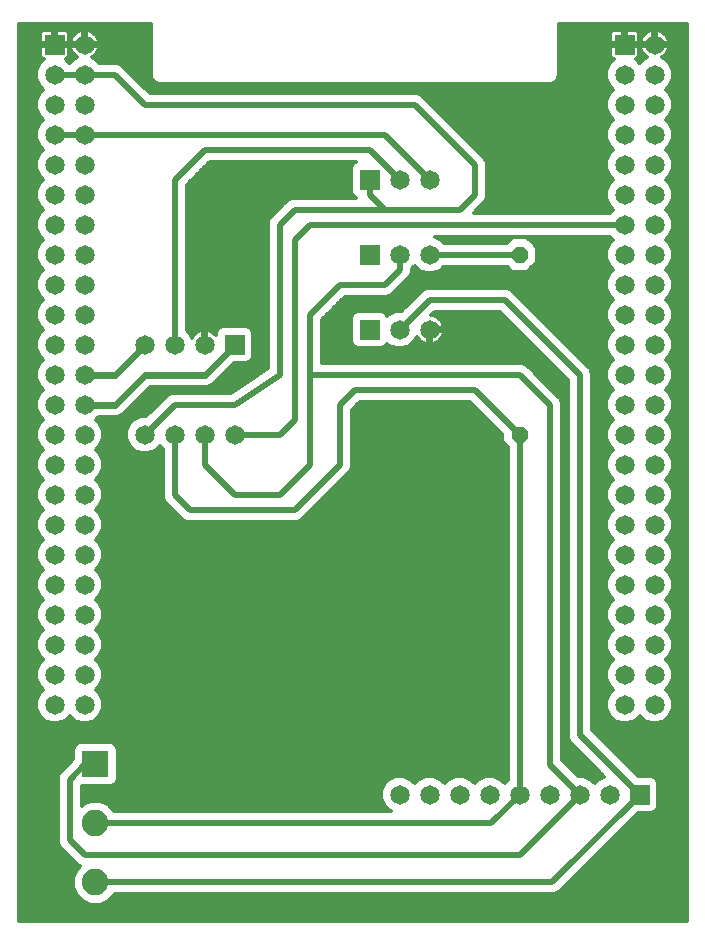
<source format=gbl>
G75*
%MOIN*%
%OFA0B0*%
%FSLAX25Y25*%
%IPPOS*%
%LPD*%
%AMOC8*
5,1,8,0,0,1.08239X$1,22.5*
%
%ADD10R,0.06500X0.06500*%
%ADD11C,0.06500*%
%ADD12OC8,0.05600*%
%ADD13R,0.08858X0.08858*%
%ADD14C,0.08858*%
%ADD15C,0.02400*%
%ADD16C,0.02000*%
%ADD17C,0.01200*%
D10*
X0076600Y0196600D03*
X0121600Y0201600D03*
X0121600Y0226600D03*
X0121600Y0251600D03*
X0206600Y0296600D03*
X0016600Y0296600D03*
X0211600Y0046600D03*
D11*
X0201600Y0046600D03*
X0191600Y0046600D03*
X0181600Y0046600D03*
X0171600Y0046600D03*
X0161600Y0046600D03*
X0151600Y0046600D03*
X0141600Y0046600D03*
X0131600Y0046600D03*
X0206600Y0076600D03*
X0206600Y0086600D03*
X0206600Y0096600D03*
X0206600Y0106600D03*
X0206600Y0116600D03*
X0206600Y0126600D03*
X0206600Y0136600D03*
X0206600Y0146600D03*
X0206600Y0156600D03*
X0206600Y0166600D03*
X0206600Y0176600D03*
X0206600Y0186600D03*
X0206600Y0196600D03*
X0206600Y0206600D03*
X0206600Y0216600D03*
X0206600Y0226600D03*
X0206600Y0236600D03*
X0206600Y0246600D03*
X0206600Y0256600D03*
X0206600Y0266600D03*
X0206600Y0276600D03*
X0206600Y0286600D03*
X0216600Y0286600D03*
X0216600Y0276600D03*
X0216600Y0266600D03*
X0216600Y0256600D03*
X0216600Y0246600D03*
X0216600Y0236600D03*
X0216600Y0226600D03*
X0216600Y0216600D03*
X0216600Y0206600D03*
X0216600Y0196600D03*
X0216600Y0186600D03*
X0216600Y0176600D03*
X0216600Y0166600D03*
X0216600Y0156600D03*
X0216600Y0146600D03*
X0216600Y0136600D03*
X0216600Y0126600D03*
X0216600Y0116600D03*
X0216600Y0106600D03*
X0216600Y0096600D03*
X0216600Y0086600D03*
X0216600Y0076600D03*
X0141600Y0201600D03*
X0131600Y0201600D03*
X0131600Y0226600D03*
X0141600Y0226600D03*
X0141600Y0251600D03*
X0131600Y0251600D03*
X0076600Y0166600D03*
X0066600Y0166600D03*
X0056600Y0166600D03*
X0046600Y0166600D03*
X0026600Y0166600D03*
X0026600Y0176600D03*
X0026600Y0186600D03*
X0026600Y0196600D03*
X0026600Y0206600D03*
X0026600Y0216600D03*
X0026600Y0226600D03*
X0026600Y0236600D03*
X0026600Y0246600D03*
X0026600Y0256600D03*
X0026600Y0266600D03*
X0026600Y0276600D03*
X0026600Y0286600D03*
X0026600Y0296600D03*
X0016600Y0286600D03*
X0016600Y0276600D03*
X0016600Y0266600D03*
X0016600Y0256600D03*
X0016600Y0246600D03*
X0016600Y0236600D03*
X0016600Y0226600D03*
X0016600Y0216600D03*
X0016600Y0206600D03*
X0016600Y0196600D03*
X0016600Y0186600D03*
X0016600Y0176600D03*
X0016600Y0166600D03*
X0016600Y0156600D03*
X0016600Y0146600D03*
X0016600Y0136600D03*
X0016600Y0126600D03*
X0016600Y0116600D03*
X0016600Y0106600D03*
X0016600Y0096600D03*
X0016600Y0086600D03*
X0016600Y0076600D03*
X0026600Y0076600D03*
X0026600Y0086600D03*
X0026600Y0096600D03*
X0026600Y0106600D03*
X0026600Y0116600D03*
X0026600Y0126600D03*
X0026600Y0136600D03*
X0026600Y0146600D03*
X0026600Y0156600D03*
X0046600Y0196600D03*
X0056600Y0196600D03*
X0066600Y0196600D03*
X0216600Y0296600D03*
D12*
X0171600Y0226600D03*
X0171600Y0166600D03*
D13*
X0030222Y0056757D03*
D14*
X0030222Y0037072D03*
X0030222Y0017387D03*
D15*
X0026600Y0176600D02*
X0036600Y0176600D01*
X0046600Y0186600D01*
X0066600Y0186600D01*
X0076600Y0196600D01*
X0046600Y0196600D02*
X0036600Y0186600D01*
X0026600Y0186600D01*
D16*
X0046600Y0166600D02*
X0056600Y0176600D01*
X0076600Y0176600D01*
X0091600Y0186600D01*
X0091600Y0236600D01*
X0096600Y0241600D01*
X0126600Y0241600D01*
X0121600Y0246600D01*
X0121600Y0251600D01*
X0121600Y0261600D02*
X0066600Y0261600D01*
X0056600Y0251600D01*
X0056600Y0196600D01*
X0056600Y0166600D02*
X0056600Y0146600D01*
X0061600Y0141600D01*
X0096600Y0141600D01*
X0111600Y0156600D01*
X0111600Y0176600D01*
X0116600Y0181600D01*
X0156600Y0181600D01*
X0171600Y0166600D01*
X0171600Y0046600D01*
X0162072Y0037072D01*
X0030222Y0037072D01*
X0021600Y0031600D02*
X0026600Y0026600D01*
X0171600Y0026600D01*
X0191600Y0046600D01*
X0181600Y0056600D01*
X0181600Y0176600D01*
X0171600Y0186600D01*
X0101600Y0186600D01*
X0101600Y0156600D01*
X0091600Y0146600D01*
X0076600Y0146600D01*
X0066600Y0156600D01*
X0066600Y0166600D01*
X0076600Y0166600D02*
X0091600Y0166600D01*
X0096600Y0171600D01*
X0096600Y0231600D01*
X0101600Y0236600D01*
X0206600Y0236600D01*
X0171600Y0226600D02*
X0141600Y0226600D01*
X0131600Y0226600D02*
X0131600Y0221600D01*
X0126600Y0216600D01*
X0111600Y0216600D01*
X0101600Y0206600D01*
X0101600Y0186600D01*
X0131600Y0201600D02*
X0141600Y0211600D01*
X0166600Y0211600D01*
X0191600Y0186600D01*
X0191600Y0066600D01*
X0211600Y0046600D01*
X0182387Y0017387D01*
X0030222Y0017387D01*
X0021600Y0031600D02*
X0021600Y0051600D01*
X0026757Y0056757D01*
X0030222Y0056757D01*
X0126600Y0241600D02*
X0151600Y0241600D01*
X0156600Y0246600D01*
X0156600Y0256600D01*
X0136600Y0276600D01*
X0046600Y0276600D01*
X0036600Y0286600D01*
X0026600Y0286600D01*
X0016600Y0286600D01*
X0016600Y0266600D02*
X0026600Y0266600D01*
X0126600Y0266600D01*
X0141600Y0251600D01*
X0131600Y0251600D02*
X0121600Y0261600D01*
D17*
X0004600Y0303600D02*
X0004600Y0004600D01*
X0227301Y0004600D01*
X0227301Y0303600D01*
X0184600Y0303600D01*
X0184600Y0286003D01*
X0184143Y0284901D01*
X0183299Y0284057D01*
X0182197Y0283600D01*
X0051003Y0283600D01*
X0049901Y0284057D01*
X0049057Y0284901D01*
X0048600Y0286003D01*
X0048600Y0303600D01*
X0004600Y0303600D01*
X0004600Y0302632D02*
X0048600Y0302632D01*
X0048600Y0301434D02*
X0027084Y0301434D01*
X0027025Y0301434D02*
X0026175Y0301434D01*
X0026175Y0301443D02*
X0025464Y0301331D01*
X0024738Y0301095D01*
X0024058Y0300748D01*
X0023440Y0300299D01*
X0022901Y0299760D01*
X0022452Y0299142D01*
X0022105Y0298462D01*
X0021869Y0297736D01*
X0021757Y0297025D01*
X0026175Y0297025D01*
X0026175Y0301443D01*
X0026116Y0301434D02*
X0020121Y0301434D01*
X0020061Y0301450D02*
X0017025Y0301450D01*
X0017025Y0297025D01*
X0016175Y0297025D01*
X0016175Y0301450D01*
X0013139Y0301450D01*
X0012732Y0301341D01*
X0012368Y0301130D01*
X0012070Y0300832D01*
X0011859Y0300468D01*
X0011750Y0300061D01*
X0011750Y0297025D01*
X0016175Y0297025D01*
X0016175Y0296175D01*
X0011750Y0296175D01*
X0011750Y0293139D01*
X0011859Y0292732D01*
X0012070Y0292368D01*
X0012368Y0292070D01*
X0012732Y0291859D01*
X0012959Y0291798D01*
X0011302Y0290140D01*
X0010350Y0287843D01*
X0010350Y0285357D01*
X0011302Y0283060D01*
X0012761Y0281600D01*
X0011302Y0280140D01*
X0010350Y0277843D01*
X0010350Y0275357D01*
X0011302Y0273060D01*
X0012761Y0271600D01*
X0011302Y0270140D01*
X0010350Y0267843D01*
X0010350Y0265357D01*
X0011302Y0263060D01*
X0012761Y0261600D01*
X0011302Y0260140D01*
X0010350Y0257843D01*
X0010350Y0255357D01*
X0011302Y0253060D01*
X0012761Y0251600D01*
X0011302Y0250140D01*
X0010350Y0247843D01*
X0010350Y0245357D01*
X0011302Y0243060D01*
X0012761Y0241600D01*
X0011302Y0240140D01*
X0010350Y0237843D01*
X0010350Y0235357D01*
X0011302Y0233060D01*
X0012761Y0231600D01*
X0011302Y0230140D01*
X0010350Y0227843D01*
X0010350Y0225357D01*
X0011302Y0223060D01*
X0012761Y0221600D01*
X0011302Y0220140D01*
X0010350Y0217843D01*
X0010350Y0215357D01*
X0011302Y0213060D01*
X0012761Y0211600D01*
X0011302Y0210140D01*
X0010350Y0207843D01*
X0010350Y0205357D01*
X0011302Y0203060D01*
X0012761Y0201600D01*
X0011302Y0200140D01*
X0010350Y0197843D01*
X0010350Y0195357D01*
X0011302Y0193060D01*
X0012761Y0191600D01*
X0011302Y0190140D01*
X0010350Y0187843D01*
X0010350Y0185357D01*
X0011302Y0183060D01*
X0012761Y0181600D01*
X0011302Y0180140D01*
X0010350Y0177843D01*
X0010350Y0175357D01*
X0011302Y0173060D01*
X0012761Y0171600D01*
X0011302Y0170140D01*
X0010350Y0167843D01*
X0010350Y0165357D01*
X0011302Y0163060D01*
X0012761Y0161600D01*
X0011302Y0160140D01*
X0010350Y0157843D01*
X0010350Y0155357D01*
X0011302Y0153060D01*
X0012761Y0151600D01*
X0011302Y0150140D01*
X0010350Y0147843D01*
X0010350Y0145357D01*
X0011302Y0143060D01*
X0012761Y0141600D01*
X0011302Y0140140D01*
X0010350Y0137843D01*
X0010350Y0135357D01*
X0011302Y0133060D01*
X0012761Y0131600D01*
X0011302Y0130140D01*
X0010350Y0127843D01*
X0010350Y0125357D01*
X0011302Y0123060D01*
X0012761Y0121600D01*
X0011302Y0120140D01*
X0010350Y0117843D01*
X0010350Y0115357D01*
X0011302Y0113060D01*
X0012761Y0111600D01*
X0011302Y0110140D01*
X0010350Y0107843D01*
X0010350Y0105357D01*
X0011302Y0103060D01*
X0012761Y0101600D01*
X0011302Y0100140D01*
X0010350Y0097843D01*
X0010350Y0095357D01*
X0011302Y0093060D01*
X0012761Y0091600D01*
X0011302Y0090140D01*
X0010350Y0087843D01*
X0010350Y0085357D01*
X0011302Y0083060D01*
X0012761Y0081600D01*
X0011302Y0080140D01*
X0010350Y0077843D01*
X0010350Y0075357D01*
X0011302Y0073060D01*
X0013060Y0071302D01*
X0015357Y0070350D01*
X0017843Y0070350D01*
X0020140Y0071302D01*
X0021600Y0072761D01*
X0023060Y0071302D01*
X0025357Y0070350D01*
X0027843Y0070350D01*
X0030140Y0071302D01*
X0031898Y0073060D01*
X0032850Y0075357D01*
X0032850Y0077843D01*
X0031898Y0080140D01*
X0030439Y0081600D01*
X0031898Y0083060D01*
X0032850Y0085357D01*
X0032850Y0087843D01*
X0031898Y0090140D01*
X0030439Y0091600D01*
X0031898Y0093060D01*
X0032850Y0095357D01*
X0032850Y0097843D01*
X0031898Y0100140D01*
X0030439Y0101600D01*
X0031898Y0103060D01*
X0032850Y0105357D01*
X0032850Y0107843D01*
X0031898Y0110140D01*
X0030439Y0111600D01*
X0031898Y0113060D01*
X0032850Y0115357D01*
X0032850Y0117843D01*
X0031898Y0120140D01*
X0030439Y0121600D01*
X0031898Y0123060D01*
X0032850Y0125357D01*
X0032850Y0127843D01*
X0031898Y0130140D01*
X0030439Y0131600D01*
X0031898Y0133060D01*
X0032850Y0135357D01*
X0032850Y0137843D01*
X0031898Y0140140D01*
X0030439Y0141600D01*
X0031898Y0143060D01*
X0032850Y0145357D01*
X0032850Y0147843D01*
X0031898Y0150140D01*
X0030439Y0151600D01*
X0031898Y0153060D01*
X0032850Y0155357D01*
X0032850Y0157843D01*
X0031898Y0160140D01*
X0030439Y0161600D01*
X0031898Y0163060D01*
X0032850Y0165357D01*
X0032850Y0167843D01*
X0031898Y0170140D01*
X0030439Y0171600D01*
X0031239Y0172400D01*
X0037435Y0172400D01*
X0038979Y0173039D01*
X0048340Y0182400D01*
X0067435Y0182400D01*
X0068979Y0183039D01*
X0076290Y0190350D01*
X0080447Y0190350D01*
X0081549Y0190807D01*
X0082393Y0191651D01*
X0082850Y0192753D01*
X0082850Y0200447D01*
X0082393Y0201549D01*
X0081549Y0202393D01*
X0080447Y0202850D01*
X0072753Y0202850D01*
X0071651Y0202393D01*
X0070807Y0201549D01*
X0070350Y0200447D01*
X0070350Y0199690D01*
X0070299Y0199760D01*
X0069760Y0200299D01*
X0069142Y0200748D01*
X0068462Y0201095D01*
X0067736Y0201331D01*
X0067025Y0201443D01*
X0067025Y0197025D01*
X0066175Y0197025D01*
X0066175Y0201443D01*
X0065464Y0201331D01*
X0064738Y0201095D01*
X0064058Y0200748D01*
X0063440Y0200299D01*
X0062901Y0199760D01*
X0062452Y0199142D01*
X0062375Y0198991D01*
X0061898Y0200140D01*
X0060600Y0201439D01*
X0060600Y0249943D01*
X0068257Y0257600D01*
X0117150Y0257600D01*
X0116651Y0257393D01*
X0115807Y0256549D01*
X0115350Y0255447D01*
X0115350Y0247753D01*
X0115807Y0246651D01*
X0116651Y0245807D01*
X0117150Y0245600D01*
X0095804Y0245600D01*
X0094334Y0244991D01*
X0093209Y0243866D01*
X0089334Y0239991D01*
X0088209Y0238866D01*
X0087600Y0237396D01*
X0087600Y0188741D01*
X0075389Y0180600D01*
X0055804Y0180600D01*
X0054334Y0179991D01*
X0047193Y0172850D01*
X0045357Y0172850D01*
X0043060Y0171898D01*
X0041302Y0170140D01*
X0040350Y0167843D01*
X0040350Y0165357D01*
X0041302Y0163060D01*
X0043060Y0161302D01*
X0045357Y0160350D01*
X0047843Y0160350D01*
X0050140Y0161302D01*
X0051600Y0162761D01*
X0052600Y0161761D01*
X0052600Y0145804D01*
X0053209Y0144334D01*
X0054334Y0143209D01*
X0059334Y0138209D01*
X0060804Y0137600D01*
X0097396Y0137600D01*
X0098866Y0138209D01*
X0099991Y0139334D01*
X0114991Y0154334D01*
X0115600Y0155804D01*
X0115600Y0174943D01*
X0118257Y0177600D01*
X0154943Y0177600D01*
X0165800Y0166743D01*
X0165800Y0164198D01*
X0167600Y0162398D01*
X0167600Y0051439D01*
X0166600Y0050439D01*
X0165140Y0051898D01*
X0162843Y0052850D01*
X0160357Y0052850D01*
X0158060Y0051898D01*
X0156600Y0050439D01*
X0155140Y0051898D01*
X0152843Y0052850D01*
X0150357Y0052850D01*
X0148060Y0051898D01*
X0146600Y0050439D01*
X0145140Y0051898D01*
X0142843Y0052850D01*
X0140357Y0052850D01*
X0138060Y0051898D01*
X0136600Y0050439D01*
X0135140Y0051898D01*
X0132843Y0052850D01*
X0130357Y0052850D01*
X0128060Y0051898D01*
X0126302Y0050140D01*
X0125350Y0047843D01*
X0125350Y0045357D01*
X0126302Y0043060D01*
X0128060Y0041302D01*
X0128613Y0041072D01*
X0036606Y0041072D01*
X0036520Y0041281D01*
X0034430Y0043371D01*
X0031700Y0044502D01*
X0028744Y0044502D01*
X0026014Y0043371D01*
X0025600Y0042957D01*
X0025600Y0049328D01*
X0035248Y0049328D01*
X0036351Y0049785D01*
X0037194Y0050629D01*
X0037651Y0051732D01*
X0037651Y0061783D01*
X0037194Y0062886D01*
X0036351Y0063730D01*
X0035248Y0064187D01*
X0025196Y0064187D01*
X0024094Y0063730D01*
X0023250Y0062886D01*
X0022793Y0061783D01*
X0022793Y0058450D01*
X0019334Y0054991D01*
X0018209Y0053866D01*
X0017600Y0052396D01*
X0017600Y0030804D01*
X0018209Y0029334D01*
X0023209Y0024334D01*
X0024334Y0023209D01*
X0025185Y0022857D01*
X0023924Y0021596D01*
X0022793Y0018865D01*
X0022793Y0015910D01*
X0023924Y0013179D01*
X0026014Y0011089D01*
X0028744Y0009958D01*
X0031700Y0009958D01*
X0034430Y0011089D01*
X0036520Y0013179D01*
X0036606Y0013387D01*
X0183183Y0013387D01*
X0184653Y0013996D01*
X0211007Y0040350D01*
X0215447Y0040350D01*
X0216549Y0040807D01*
X0217393Y0041651D01*
X0217850Y0042753D01*
X0217850Y0050447D01*
X0217393Y0051549D01*
X0216549Y0052393D01*
X0215447Y0052850D01*
X0211007Y0052850D01*
X0195600Y0068257D01*
X0195600Y0187396D01*
X0194991Y0188866D01*
X0193866Y0189991D01*
X0193866Y0189991D01*
X0168866Y0214991D01*
X0167396Y0215600D01*
X0140804Y0215600D01*
X0139334Y0214991D01*
X0132193Y0207850D01*
X0130357Y0207850D01*
X0128060Y0206898D01*
X0127486Y0206325D01*
X0127393Y0206549D01*
X0126549Y0207393D01*
X0125447Y0207850D01*
X0117753Y0207850D01*
X0116651Y0207393D01*
X0115807Y0206549D01*
X0115350Y0205447D01*
X0115350Y0197753D01*
X0115807Y0196651D01*
X0116651Y0195807D01*
X0117753Y0195350D01*
X0125447Y0195350D01*
X0126549Y0195807D01*
X0127393Y0196651D01*
X0127486Y0196875D01*
X0128060Y0196302D01*
X0130357Y0195350D01*
X0132843Y0195350D01*
X0135140Y0196302D01*
X0136898Y0198060D01*
X0137375Y0199209D01*
X0137452Y0199058D01*
X0137901Y0198440D01*
X0138440Y0197901D01*
X0139058Y0197452D01*
X0139738Y0197105D01*
X0140464Y0196869D01*
X0141175Y0196757D01*
X0141175Y0201175D01*
X0142025Y0201175D01*
X0142025Y0202025D01*
X0146443Y0202025D01*
X0146331Y0202736D01*
X0146095Y0203462D01*
X0145748Y0204142D01*
X0145299Y0204760D01*
X0144760Y0205299D01*
X0144142Y0205748D01*
X0143462Y0206095D01*
X0142736Y0206331D01*
X0142090Y0206433D01*
X0143257Y0207600D01*
X0164943Y0207600D01*
X0187600Y0184943D01*
X0187600Y0065804D01*
X0188209Y0064334D01*
X0199888Y0052656D01*
X0198060Y0051898D01*
X0196600Y0050439D01*
X0195140Y0051898D01*
X0192843Y0052850D01*
X0191007Y0052850D01*
X0185600Y0058257D01*
X0185600Y0177396D01*
X0184991Y0178866D01*
X0183866Y0179991D01*
X0183866Y0179991D01*
X0174991Y0188866D01*
X0173866Y0189991D01*
X0172396Y0190600D01*
X0105600Y0190600D01*
X0105600Y0204943D01*
X0113257Y0212600D01*
X0127396Y0212600D01*
X0128866Y0213209D01*
X0129991Y0214334D01*
X0134991Y0219334D01*
X0135600Y0220804D01*
X0135600Y0221761D01*
X0136600Y0222761D01*
X0138060Y0221302D01*
X0140357Y0220350D01*
X0142843Y0220350D01*
X0145140Y0221302D01*
X0146439Y0222600D01*
X0167398Y0222600D01*
X0169198Y0220800D01*
X0174002Y0220800D01*
X0177400Y0224198D01*
X0177400Y0229002D01*
X0174002Y0232400D01*
X0169198Y0232400D01*
X0167398Y0230600D01*
X0146439Y0230600D01*
X0145140Y0231898D01*
X0143447Y0232600D01*
X0201761Y0232600D01*
X0202761Y0231600D01*
X0201302Y0230140D01*
X0200350Y0227843D01*
X0200350Y0225357D01*
X0201302Y0223060D01*
X0202761Y0221600D01*
X0201302Y0220140D01*
X0200350Y0217843D01*
X0200350Y0215357D01*
X0201302Y0213060D01*
X0202761Y0211600D01*
X0201302Y0210140D01*
X0200350Y0207843D01*
X0200350Y0205357D01*
X0201302Y0203060D01*
X0202761Y0201600D01*
X0201302Y0200140D01*
X0200350Y0197843D01*
X0200350Y0195357D01*
X0201302Y0193060D01*
X0202761Y0191600D01*
X0201302Y0190140D01*
X0200350Y0187843D01*
X0200350Y0185357D01*
X0201302Y0183060D01*
X0202761Y0181600D01*
X0201302Y0180140D01*
X0200350Y0177843D01*
X0200350Y0175357D01*
X0201302Y0173060D01*
X0202761Y0171600D01*
X0201302Y0170140D01*
X0200350Y0167843D01*
X0200350Y0165357D01*
X0201302Y0163060D01*
X0202761Y0161600D01*
X0201302Y0160140D01*
X0200350Y0157843D01*
X0200350Y0155357D01*
X0201302Y0153060D01*
X0202761Y0151600D01*
X0201302Y0150140D01*
X0200350Y0147843D01*
X0200350Y0145357D01*
X0201302Y0143060D01*
X0202761Y0141600D01*
X0201302Y0140140D01*
X0200350Y0137843D01*
X0200350Y0135357D01*
X0201302Y0133060D01*
X0202761Y0131600D01*
X0201302Y0130140D01*
X0200350Y0127843D01*
X0200350Y0125357D01*
X0201302Y0123060D01*
X0202761Y0121600D01*
X0201302Y0120140D01*
X0200350Y0117843D01*
X0200350Y0115357D01*
X0201302Y0113060D01*
X0202761Y0111600D01*
X0201302Y0110140D01*
X0200350Y0107843D01*
X0200350Y0105357D01*
X0201302Y0103060D01*
X0202761Y0101600D01*
X0201302Y0100140D01*
X0200350Y0097843D01*
X0200350Y0095357D01*
X0201302Y0093060D01*
X0202761Y0091600D01*
X0201302Y0090140D01*
X0200350Y0087843D01*
X0200350Y0085357D01*
X0201302Y0083060D01*
X0202761Y0081600D01*
X0201302Y0080140D01*
X0200350Y0077843D01*
X0200350Y0075357D01*
X0201302Y0073060D01*
X0203060Y0071302D01*
X0205357Y0070350D01*
X0207843Y0070350D01*
X0210140Y0071302D01*
X0211600Y0072761D01*
X0213060Y0071302D01*
X0215357Y0070350D01*
X0217843Y0070350D01*
X0220140Y0071302D01*
X0221898Y0073060D01*
X0222850Y0075357D01*
X0222850Y0077843D01*
X0221898Y0080140D01*
X0220439Y0081600D01*
X0221898Y0083060D01*
X0222850Y0085357D01*
X0222850Y0087843D01*
X0221898Y0090140D01*
X0220439Y0091600D01*
X0221898Y0093060D01*
X0222850Y0095357D01*
X0222850Y0097843D01*
X0221898Y0100140D01*
X0220439Y0101600D01*
X0221898Y0103060D01*
X0222850Y0105357D01*
X0222850Y0107843D01*
X0221898Y0110140D01*
X0220439Y0111600D01*
X0221898Y0113060D01*
X0222850Y0115357D01*
X0222850Y0117843D01*
X0221898Y0120140D01*
X0220439Y0121600D01*
X0221898Y0123060D01*
X0222850Y0125357D01*
X0222850Y0127843D01*
X0221898Y0130140D01*
X0220439Y0131600D01*
X0221898Y0133060D01*
X0222850Y0135357D01*
X0222850Y0137843D01*
X0221898Y0140140D01*
X0220439Y0141600D01*
X0221898Y0143060D01*
X0222850Y0145357D01*
X0222850Y0147843D01*
X0221898Y0150140D01*
X0220439Y0151600D01*
X0221898Y0153060D01*
X0222850Y0155357D01*
X0222850Y0157843D01*
X0221898Y0160140D01*
X0220439Y0161600D01*
X0221898Y0163060D01*
X0222850Y0165357D01*
X0222850Y0167843D01*
X0221898Y0170140D01*
X0220439Y0171600D01*
X0221898Y0173060D01*
X0222850Y0175357D01*
X0222850Y0177843D01*
X0221898Y0180140D01*
X0220439Y0181600D01*
X0221898Y0183060D01*
X0222850Y0185357D01*
X0222850Y0187843D01*
X0221898Y0190140D01*
X0220439Y0191600D01*
X0221898Y0193060D01*
X0222850Y0195357D01*
X0222850Y0197843D01*
X0221898Y0200140D01*
X0220439Y0201600D01*
X0221898Y0203060D01*
X0222850Y0205357D01*
X0222850Y0207843D01*
X0221898Y0210140D01*
X0220439Y0211600D01*
X0221898Y0213060D01*
X0222850Y0215357D01*
X0222850Y0217843D01*
X0221898Y0220140D01*
X0220439Y0221600D01*
X0221898Y0223060D01*
X0222850Y0225357D01*
X0222850Y0227843D01*
X0221898Y0230140D01*
X0220439Y0231600D01*
X0221898Y0233060D01*
X0222850Y0235357D01*
X0222850Y0237843D01*
X0221898Y0240140D01*
X0220439Y0241600D01*
X0221898Y0243060D01*
X0222850Y0245357D01*
X0222850Y0247843D01*
X0221898Y0250140D01*
X0220439Y0251600D01*
X0221898Y0253060D01*
X0222850Y0255357D01*
X0222850Y0257843D01*
X0221898Y0260140D01*
X0220439Y0261600D01*
X0221898Y0263060D01*
X0222850Y0265357D01*
X0222850Y0267843D01*
X0221898Y0270140D01*
X0220439Y0271600D01*
X0221898Y0273060D01*
X0222850Y0275357D01*
X0222850Y0277843D01*
X0221898Y0280140D01*
X0220439Y0281600D01*
X0221898Y0283060D01*
X0222850Y0285357D01*
X0222850Y0287843D01*
X0221898Y0290140D01*
X0220140Y0291898D01*
X0218991Y0292375D01*
X0219142Y0292452D01*
X0219760Y0292901D01*
X0220299Y0293440D01*
X0220748Y0294058D01*
X0221095Y0294738D01*
X0221331Y0295464D01*
X0221443Y0296175D01*
X0217025Y0296175D01*
X0217025Y0297025D01*
X0216175Y0297025D01*
X0216175Y0301443D01*
X0215464Y0301331D01*
X0214738Y0301095D01*
X0214058Y0300748D01*
X0213440Y0300299D01*
X0212901Y0299760D01*
X0212452Y0299142D01*
X0212105Y0298462D01*
X0211869Y0297736D01*
X0211757Y0297025D01*
X0216175Y0297025D01*
X0216175Y0296175D01*
X0211757Y0296175D01*
X0211869Y0295464D01*
X0212105Y0294738D01*
X0212452Y0294058D01*
X0212901Y0293440D01*
X0213440Y0292901D01*
X0214058Y0292452D01*
X0214209Y0292375D01*
X0213060Y0291898D01*
X0211600Y0290439D01*
X0210241Y0291798D01*
X0210468Y0291859D01*
X0210832Y0292070D01*
X0211130Y0292368D01*
X0211341Y0292732D01*
X0211450Y0293139D01*
X0211450Y0296175D01*
X0207025Y0296175D01*
X0207025Y0297025D01*
X0206175Y0297025D01*
X0206175Y0301450D01*
X0203139Y0301450D01*
X0202732Y0301341D01*
X0202368Y0301130D01*
X0202070Y0300832D01*
X0201859Y0300468D01*
X0201750Y0300061D01*
X0201750Y0297025D01*
X0206175Y0297025D01*
X0206175Y0296175D01*
X0201750Y0296175D01*
X0201750Y0293139D01*
X0201859Y0292732D01*
X0202070Y0292368D01*
X0202368Y0292070D01*
X0202732Y0291859D01*
X0202959Y0291798D01*
X0201302Y0290140D01*
X0200350Y0287843D01*
X0200350Y0285357D01*
X0201302Y0283060D01*
X0202761Y0281600D01*
X0201302Y0280140D01*
X0200350Y0277843D01*
X0200350Y0275357D01*
X0201302Y0273060D01*
X0202761Y0271600D01*
X0201302Y0270140D01*
X0200350Y0267843D01*
X0200350Y0265357D01*
X0201302Y0263060D01*
X0202761Y0261600D01*
X0201302Y0260140D01*
X0200350Y0257843D01*
X0200350Y0255357D01*
X0201302Y0253060D01*
X0202761Y0251600D01*
X0201302Y0250140D01*
X0200350Y0247843D01*
X0200350Y0245357D01*
X0201302Y0243060D01*
X0202761Y0241600D01*
X0201761Y0240600D01*
X0156257Y0240600D01*
X0159991Y0244334D01*
X0160600Y0245804D01*
X0160600Y0257396D01*
X0159991Y0258866D01*
X0158866Y0259991D01*
X0138866Y0279991D01*
X0137396Y0280600D01*
X0048257Y0280600D01*
X0038866Y0289991D01*
X0037396Y0290600D01*
X0031439Y0290600D01*
X0030140Y0291898D01*
X0028991Y0292375D01*
X0029142Y0292452D01*
X0029760Y0292901D01*
X0030299Y0293440D01*
X0030748Y0294058D01*
X0031095Y0294738D01*
X0031331Y0295464D01*
X0031443Y0296175D01*
X0027025Y0296175D01*
X0027025Y0297025D01*
X0026175Y0297025D01*
X0026175Y0296175D01*
X0021757Y0296175D01*
X0021869Y0295464D01*
X0022105Y0294738D01*
X0022452Y0294058D01*
X0022901Y0293440D01*
X0023440Y0292901D01*
X0024058Y0292452D01*
X0024209Y0292375D01*
X0023060Y0291898D01*
X0021761Y0290600D01*
X0021439Y0290600D01*
X0020241Y0291798D01*
X0020468Y0291859D01*
X0020832Y0292070D01*
X0021130Y0292368D01*
X0021341Y0292732D01*
X0021450Y0293139D01*
X0021450Y0296175D01*
X0017025Y0296175D01*
X0017025Y0297025D01*
X0021450Y0297025D01*
X0021450Y0300061D01*
X0021341Y0300468D01*
X0021130Y0300832D01*
X0020832Y0301130D01*
X0020468Y0301341D01*
X0020061Y0301450D01*
X0021403Y0300235D02*
X0023376Y0300235D01*
X0022398Y0299037D02*
X0021450Y0299037D01*
X0021450Y0297838D02*
X0021903Y0297838D01*
X0021877Y0295441D02*
X0021450Y0295441D01*
X0021450Y0294243D02*
X0022358Y0294243D01*
X0021424Y0293044D02*
X0023297Y0293044D01*
X0023007Y0291846D02*
X0020418Y0291846D01*
X0021392Y0290647D02*
X0021808Y0290647D01*
X0026175Y0296640D02*
X0017025Y0296640D01*
X0016175Y0296640D02*
X0004600Y0296640D01*
X0004600Y0297838D02*
X0011750Y0297838D01*
X0011750Y0299037D02*
X0004600Y0299037D01*
X0004600Y0300235D02*
X0011797Y0300235D01*
X0013079Y0301434D02*
X0004600Y0301434D01*
X0004600Y0295441D02*
X0011750Y0295441D01*
X0011750Y0294243D02*
X0004600Y0294243D01*
X0004600Y0293044D02*
X0011775Y0293044D01*
X0012782Y0291846D02*
X0004600Y0291846D01*
X0004600Y0290647D02*
X0011808Y0290647D01*
X0011015Y0289449D02*
X0004600Y0289449D01*
X0004600Y0288250D02*
X0010519Y0288250D01*
X0010350Y0287052D02*
X0004600Y0287052D01*
X0004600Y0285853D02*
X0010350Y0285853D01*
X0010641Y0284655D02*
X0004600Y0284655D01*
X0004600Y0283456D02*
X0011137Y0283456D01*
X0012104Y0282258D02*
X0004600Y0282258D01*
X0004600Y0281059D02*
X0012220Y0281059D01*
X0011186Y0279861D02*
X0004600Y0279861D01*
X0004600Y0278662D02*
X0010689Y0278662D01*
X0010350Y0277464D02*
X0004600Y0277464D01*
X0004600Y0276265D02*
X0010350Y0276265D01*
X0010470Y0275067D02*
X0004600Y0275067D01*
X0004600Y0273868D02*
X0010967Y0273868D01*
X0011692Y0272670D02*
X0004600Y0272670D01*
X0004600Y0271471D02*
X0012632Y0271471D01*
X0011434Y0270272D02*
X0004600Y0270272D01*
X0004600Y0269074D02*
X0010860Y0269074D01*
X0010363Y0267875D02*
X0004600Y0267875D01*
X0004600Y0266677D02*
X0010350Y0266677D01*
X0010350Y0265478D02*
X0004600Y0265478D01*
X0004600Y0264280D02*
X0010796Y0264280D01*
X0011292Y0263081D02*
X0004600Y0263081D01*
X0004600Y0261883D02*
X0012478Y0261883D01*
X0011846Y0260684D02*
X0004600Y0260684D01*
X0004600Y0259486D02*
X0011030Y0259486D01*
X0010534Y0258287D02*
X0004600Y0258287D01*
X0004600Y0257089D02*
X0010350Y0257089D01*
X0010350Y0255890D02*
X0004600Y0255890D01*
X0004600Y0254692D02*
X0010625Y0254692D01*
X0011122Y0253493D02*
X0004600Y0253493D01*
X0004600Y0252295D02*
X0012066Y0252295D01*
X0012257Y0251096D02*
X0004600Y0251096D01*
X0004600Y0249898D02*
X0011201Y0249898D01*
X0010705Y0248699D02*
X0004600Y0248699D01*
X0004600Y0247501D02*
X0010350Y0247501D01*
X0010350Y0246302D02*
X0004600Y0246302D01*
X0004600Y0245104D02*
X0010455Y0245104D01*
X0010951Y0243905D02*
X0004600Y0243905D01*
X0004600Y0242707D02*
X0011654Y0242707D01*
X0012669Y0241508D02*
X0004600Y0241508D01*
X0004600Y0240310D02*
X0011471Y0240310D01*
X0010875Y0239111D02*
X0004600Y0239111D01*
X0004600Y0237913D02*
X0010379Y0237913D01*
X0010350Y0236714D02*
X0004600Y0236714D01*
X0004600Y0235516D02*
X0010350Y0235516D01*
X0010781Y0234317D02*
X0004600Y0234317D01*
X0004600Y0233119D02*
X0011277Y0233119D01*
X0012441Y0231920D02*
X0004600Y0231920D01*
X0004600Y0230722D02*
X0011883Y0230722D01*
X0011046Y0229523D02*
X0004600Y0229523D01*
X0004600Y0228325D02*
X0010549Y0228325D01*
X0010350Y0227126D02*
X0004600Y0227126D01*
X0004600Y0225928D02*
X0010350Y0225928D01*
X0010610Y0224729D02*
X0004600Y0224729D01*
X0004600Y0223531D02*
X0011106Y0223531D01*
X0012029Y0222332D02*
X0004600Y0222332D01*
X0004600Y0221134D02*
X0012295Y0221134D01*
X0011216Y0219935D02*
X0004600Y0219935D01*
X0004600Y0218737D02*
X0010720Y0218737D01*
X0010350Y0217538D02*
X0004600Y0217538D01*
X0004600Y0216339D02*
X0010350Y0216339D01*
X0010439Y0215141D02*
X0004600Y0215141D01*
X0004600Y0213942D02*
X0010936Y0213942D01*
X0011617Y0212744D02*
X0004600Y0212744D01*
X0004600Y0211545D02*
X0012707Y0211545D01*
X0011508Y0210347D02*
X0004600Y0210347D01*
X0004600Y0209148D02*
X0010891Y0209148D01*
X0010394Y0207950D02*
X0004600Y0207950D01*
X0004600Y0206751D02*
X0010350Y0206751D01*
X0010350Y0205553D02*
X0004600Y0205553D01*
X0004600Y0204354D02*
X0010765Y0204354D01*
X0011262Y0203156D02*
X0004600Y0203156D01*
X0004600Y0201957D02*
X0012404Y0201957D01*
X0011920Y0200759D02*
X0004600Y0200759D01*
X0004600Y0199560D02*
X0011061Y0199560D01*
X0010565Y0198362D02*
X0004600Y0198362D01*
X0004600Y0197163D02*
X0010350Y0197163D01*
X0010350Y0195965D02*
X0004600Y0195965D01*
X0004600Y0194766D02*
X0010595Y0194766D01*
X0011091Y0193568D02*
X0004600Y0193568D01*
X0004600Y0192369D02*
X0011992Y0192369D01*
X0012332Y0191171D02*
X0004600Y0191171D01*
X0004600Y0189972D02*
X0011232Y0189972D01*
X0010735Y0188774D02*
X0004600Y0188774D01*
X0004600Y0187575D02*
X0010350Y0187575D01*
X0010350Y0186377D02*
X0004600Y0186377D01*
X0004600Y0185178D02*
X0010424Y0185178D01*
X0010920Y0183980D02*
X0004600Y0183980D01*
X0004600Y0182781D02*
X0011580Y0182781D01*
X0012744Y0181583D02*
X0004600Y0181583D01*
X0004600Y0180384D02*
X0011545Y0180384D01*
X0010906Y0179186D02*
X0004600Y0179186D01*
X0004600Y0177987D02*
X0010410Y0177987D01*
X0010350Y0176789D02*
X0004600Y0176789D01*
X0004600Y0175590D02*
X0010350Y0175590D01*
X0010750Y0174392D02*
X0004600Y0174392D01*
X0004600Y0173193D02*
X0011246Y0173193D01*
X0012367Y0171995D02*
X0004600Y0171995D01*
X0004600Y0170796D02*
X0011957Y0170796D01*
X0011077Y0169598D02*
X0004600Y0169598D01*
X0004600Y0168399D02*
X0010580Y0168399D01*
X0010350Y0167201D02*
X0004600Y0167201D01*
X0004600Y0166002D02*
X0010350Y0166002D01*
X0010579Y0164803D02*
X0004600Y0164803D01*
X0004600Y0163605D02*
X0011076Y0163605D01*
X0011955Y0162406D02*
X0004600Y0162406D01*
X0004600Y0161208D02*
X0012369Y0161208D01*
X0011247Y0160009D02*
X0004600Y0160009D01*
X0004600Y0158811D02*
X0010751Y0158811D01*
X0010350Y0157612D02*
X0004600Y0157612D01*
X0004600Y0156414D02*
X0010350Y0156414D01*
X0010409Y0155215D02*
X0004600Y0155215D01*
X0004600Y0154017D02*
X0010905Y0154017D01*
X0011543Y0152818D02*
X0004600Y0152818D01*
X0004600Y0151620D02*
X0012741Y0151620D01*
X0011583Y0150421D02*
X0004600Y0150421D01*
X0004600Y0149223D02*
X0010921Y0149223D01*
X0010425Y0148024D02*
X0004600Y0148024D01*
X0004600Y0146826D02*
X0010350Y0146826D01*
X0010350Y0145627D02*
X0004600Y0145627D01*
X0004600Y0144429D02*
X0010734Y0144429D01*
X0011231Y0143230D02*
X0004600Y0143230D01*
X0004600Y0142032D02*
X0012329Y0142032D01*
X0011994Y0140833D02*
X0004600Y0140833D01*
X0004600Y0139635D02*
X0011092Y0139635D01*
X0010596Y0138436D02*
X0004600Y0138436D01*
X0004600Y0137238D02*
X0010350Y0137238D01*
X0010350Y0136039D02*
X0004600Y0136039D01*
X0004600Y0134841D02*
X0010564Y0134841D01*
X0011060Y0133642D02*
X0004600Y0133642D01*
X0004600Y0132444D02*
X0011917Y0132444D01*
X0012406Y0131245D02*
X0004600Y0131245D01*
X0004600Y0130047D02*
X0011263Y0130047D01*
X0010766Y0128848D02*
X0004600Y0128848D01*
X0004600Y0127650D02*
X0010350Y0127650D01*
X0010350Y0126451D02*
X0004600Y0126451D01*
X0004600Y0125253D02*
X0010393Y0125253D01*
X0010890Y0124054D02*
X0004600Y0124054D01*
X0004600Y0122856D02*
X0011506Y0122856D01*
X0012704Y0121657D02*
X0004600Y0121657D01*
X0004600Y0120459D02*
X0011620Y0120459D01*
X0010937Y0119260D02*
X0004600Y0119260D01*
X0004600Y0118062D02*
X0010440Y0118062D01*
X0010350Y0116863D02*
X0004600Y0116863D01*
X0004600Y0115665D02*
X0010350Y0115665D01*
X0010719Y0114466D02*
X0004600Y0114466D01*
X0004600Y0113268D02*
X0011215Y0113268D01*
X0012292Y0112069D02*
X0004600Y0112069D01*
X0004600Y0110870D02*
X0012032Y0110870D01*
X0011108Y0109672D02*
X0004600Y0109672D01*
X0004600Y0108473D02*
X0010611Y0108473D01*
X0010350Y0107275D02*
X0004600Y0107275D01*
X0004600Y0106076D02*
X0010350Y0106076D01*
X0010548Y0104878D02*
X0004600Y0104878D01*
X0004600Y0103679D02*
X0011045Y0103679D01*
X0011880Y0102481D02*
X0004600Y0102481D01*
X0004600Y0101282D02*
X0012444Y0101282D01*
X0011278Y0100084D02*
X0004600Y0100084D01*
X0004600Y0098885D02*
X0010782Y0098885D01*
X0010350Y0097687D02*
X0004600Y0097687D01*
X0004600Y0096488D02*
X0010350Y0096488D01*
X0010378Y0095290D02*
X0004600Y0095290D01*
X0004600Y0094091D02*
X0010874Y0094091D01*
X0011468Y0092893D02*
X0004600Y0092893D01*
X0004600Y0091694D02*
X0012667Y0091694D01*
X0011657Y0090496D02*
X0004600Y0090496D01*
X0004600Y0089297D02*
X0010952Y0089297D01*
X0010456Y0088099D02*
X0004600Y0088099D01*
X0004600Y0086900D02*
X0010350Y0086900D01*
X0010350Y0085702D02*
X0004600Y0085702D01*
X0004600Y0084503D02*
X0010704Y0084503D01*
X0011200Y0083305D02*
X0004600Y0083305D01*
X0004600Y0082106D02*
X0012255Y0082106D01*
X0012069Y0080908D02*
X0004600Y0080908D01*
X0004600Y0079709D02*
X0011123Y0079709D01*
X0010626Y0078511D02*
X0004600Y0078511D01*
X0004600Y0077312D02*
X0010350Y0077312D01*
X0010350Y0076114D02*
X0004600Y0076114D01*
X0004600Y0074915D02*
X0010533Y0074915D01*
X0011029Y0073717D02*
X0004600Y0073717D01*
X0004600Y0072518D02*
X0011843Y0072518D01*
X0013042Y0071320D02*
X0004600Y0071320D01*
X0004600Y0070121D02*
X0167600Y0070121D01*
X0167600Y0068923D02*
X0004600Y0068923D01*
X0004600Y0067724D02*
X0167600Y0067724D01*
X0167600Y0066526D02*
X0004600Y0066526D01*
X0004600Y0065327D02*
X0167600Y0065327D01*
X0167600Y0064129D02*
X0035388Y0064129D01*
X0037150Y0062930D02*
X0167600Y0062930D01*
X0167600Y0061732D02*
X0037651Y0061732D01*
X0037651Y0060533D02*
X0167600Y0060533D01*
X0167600Y0059334D02*
X0037651Y0059334D01*
X0037651Y0058136D02*
X0167600Y0058136D01*
X0167600Y0056937D02*
X0037651Y0056937D01*
X0037651Y0055739D02*
X0167600Y0055739D01*
X0167600Y0054540D02*
X0037651Y0054540D01*
X0037651Y0053342D02*
X0167600Y0053342D01*
X0167600Y0052143D02*
X0164549Y0052143D01*
X0166094Y0050945D02*
X0167106Y0050945D01*
X0158651Y0052143D02*
X0154549Y0052143D01*
X0156094Y0050945D02*
X0157106Y0050945D01*
X0148651Y0052143D02*
X0144549Y0052143D01*
X0146094Y0050945D02*
X0147106Y0050945D01*
X0138651Y0052143D02*
X0134549Y0052143D01*
X0136094Y0050945D02*
X0137106Y0050945D01*
X0128651Y0052143D02*
X0037651Y0052143D01*
X0037325Y0050945D02*
X0127106Y0050945D01*
X0126138Y0049746D02*
X0036257Y0049746D01*
X0033505Y0043754D02*
X0126014Y0043754D01*
X0125518Y0044952D02*
X0025600Y0044952D01*
X0025600Y0043754D02*
X0026939Y0043754D01*
X0025600Y0046151D02*
X0125350Y0046151D01*
X0125350Y0047349D02*
X0025600Y0047349D01*
X0025600Y0048548D02*
X0125642Y0048548D01*
X0126806Y0042555D02*
X0035246Y0042555D01*
X0036444Y0041357D02*
X0128004Y0041357D01*
X0167600Y0071320D02*
X0030158Y0071320D01*
X0031357Y0072518D02*
X0167600Y0072518D01*
X0167600Y0073717D02*
X0032171Y0073717D01*
X0032667Y0074915D02*
X0167600Y0074915D01*
X0167600Y0076114D02*
X0032850Y0076114D01*
X0032850Y0077312D02*
X0167600Y0077312D01*
X0167600Y0078511D02*
X0032574Y0078511D01*
X0032077Y0079709D02*
X0167600Y0079709D01*
X0167600Y0080908D02*
X0031131Y0080908D01*
X0030945Y0082106D02*
X0167600Y0082106D01*
X0167600Y0083305D02*
X0032000Y0083305D01*
X0032496Y0084503D02*
X0167600Y0084503D01*
X0167600Y0085702D02*
X0032850Y0085702D01*
X0032850Y0086900D02*
X0167600Y0086900D01*
X0167600Y0088099D02*
X0032744Y0088099D01*
X0032248Y0089297D02*
X0167600Y0089297D01*
X0167600Y0090496D02*
X0031543Y0090496D01*
X0030533Y0091694D02*
X0167600Y0091694D01*
X0167600Y0092893D02*
X0031732Y0092893D01*
X0032326Y0094091D02*
X0167600Y0094091D01*
X0167600Y0095290D02*
X0032822Y0095290D01*
X0032850Y0096488D02*
X0167600Y0096488D01*
X0167600Y0097687D02*
X0032850Y0097687D01*
X0032418Y0098885D02*
X0167600Y0098885D01*
X0167600Y0100084D02*
X0031922Y0100084D01*
X0030756Y0101282D02*
X0167600Y0101282D01*
X0167600Y0102481D02*
X0031320Y0102481D01*
X0032155Y0103679D02*
X0167600Y0103679D01*
X0167600Y0104878D02*
X0032652Y0104878D01*
X0032850Y0106076D02*
X0167600Y0106076D01*
X0167600Y0107275D02*
X0032850Y0107275D01*
X0032589Y0108473D02*
X0167600Y0108473D01*
X0167600Y0109672D02*
X0032092Y0109672D01*
X0031168Y0110870D02*
X0167600Y0110870D01*
X0167600Y0112069D02*
X0030908Y0112069D01*
X0031985Y0113268D02*
X0167600Y0113268D01*
X0167600Y0114466D02*
X0032481Y0114466D01*
X0032850Y0115665D02*
X0167600Y0115665D01*
X0167600Y0116863D02*
X0032850Y0116863D01*
X0032760Y0118062D02*
X0167600Y0118062D01*
X0167600Y0119260D02*
X0032263Y0119260D01*
X0031580Y0120459D02*
X0167600Y0120459D01*
X0167600Y0121657D02*
X0030496Y0121657D01*
X0031694Y0122856D02*
X0167600Y0122856D01*
X0167600Y0124054D02*
X0032310Y0124054D01*
X0032807Y0125253D02*
X0167600Y0125253D01*
X0167600Y0126451D02*
X0032850Y0126451D01*
X0032850Y0127650D02*
X0167600Y0127650D01*
X0167600Y0128848D02*
X0032434Y0128848D01*
X0031937Y0130047D02*
X0167600Y0130047D01*
X0167600Y0131245D02*
X0030794Y0131245D01*
X0031283Y0132444D02*
X0167600Y0132444D01*
X0167600Y0133642D02*
X0032140Y0133642D01*
X0032636Y0134841D02*
X0167600Y0134841D01*
X0167600Y0136039D02*
X0032850Y0136039D01*
X0032850Y0137238D02*
X0167600Y0137238D01*
X0167600Y0138436D02*
X0099093Y0138436D01*
X0100292Y0139635D02*
X0167600Y0139635D01*
X0167600Y0140833D02*
X0101490Y0140833D01*
X0102689Y0142032D02*
X0167600Y0142032D01*
X0167600Y0143230D02*
X0103887Y0143230D01*
X0105086Y0144429D02*
X0167600Y0144429D01*
X0167600Y0145627D02*
X0106284Y0145627D01*
X0107483Y0146826D02*
X0167600Y0146826D01*
X0167600Y0148024D02*
X0108681Y0148024D01*
X0109880Y0149223D02*
X0167600Y0149223D01*
X0167600Y0150421D02*
X0111078Y0150421D01*
X0112277Y0151620D02*
X0167600Y0151620D01*
X0167600Y0152818D02*
X0113475Y0152818D01*
X0114674Y0154017D02*
X0167600Y0154017D01*
X0167600Y0155215D02*
X0115356Y0155215D01*
X0115600Y0156414D02*
X0167600Y0156414D01*
X0167600Y0157612D02*
X0115600Y0157612D01*
X0115600Y0158811D02*
X0167600Y0158811D01*
X0167600Y0160009D02*
X0115600Y0160009D01*
X0115600Y0161208D02*
X0167600Y0161208D01*
X0167591Y0162406D02*
X0115600Y0162406D01*
X0115600Y0163605D02*
X0166393Y0163605D01*
X0165800Y0164803D02*
X0115600Y0164803D01*
X0115600Y0166002D02*
X0165800Y0166002D01*
X0165343Y0167201D02*
X0115600Y0167201D01*
X0115600Y0168399D02*
X0164144Y0168399D01*
X0162946Y0169598D02*
X0115600Y0169598D01*
X0115600Y0170796D02*
X0161747Y0170796D01*
X0160549Y0171995D02*
X0115600Y0171995D01*
X0115600Y0173193D02*
X0159350Y0173193D01*
X0158152Y0174392D02*
X0115600Y0174392D01*
X0116247Y0175590D02*
X0156953Y0175590D01*
X0155755Y0176789D02*
X0117445Y0176789D01*
X0105600Y0191171D02*
X0181372Y0191171D01*
X0180174Y0192369D02*
X0105600Y0192369D01*
X0105600Y0193568D02*
X0178975Y0193568D01*
X0177777Y0194766D02*
X0105600Y0194766D01*
X0105600Y0195965D02*
X0116493Y0195965D01*
X0115594Y0197163D02*
X0105600Y0197163D01*
X0105600Y0198362D02*
X0115350Y0198362D01*
X0115350Y0199560D02*
X0105600Y0199560D01*
X0105600Y0200759D02*
X0115350Y0200759D01*
X0115350Y0201957D02*
X0105600Y0201957D01*
X0105600Y0203156D02*
X0115350Y0203156D01*
X0115350Y0204354D02*
X0105600Y0204354D01*
X0106210Y0205553D02*
X0115394Y0205553D01*
X0116009Y0206751D02*
X0107408Y0206751D01*
X0108607Y0207950D02*
X0132293Y0207950D01*
X0133492Y0209148D02*
X0109805Y0209148D01*
X0111004Y0210347D02*
X0134690Y0210347D01*
X0135889Y0211545D02*
X0112202Y0211545D01*
X0127743Y0212744D02*
X0137087Y0212744D01*
X0138286Y0213942D02*
X0129599Y0213942D01*
X0130798Y0215141D02*
X0139696Y0215141D01*
X0138465Y0221134D02*
X0135600Y0221134D01*
X0135240Y0219935D02*
X0201216Y0219935D01*
X0200720Y0218737D02*
X0134393Y0218737D01*
X0133195Y0217538D02*
X0200350Y0217538D01*
X0200350Y0216339D02*
X0131996Y0216339D01*
X0136171Y0222332D02*
X0137029Y0222332D01*
X0144735Y0221134D02*
X0168864Y0221134D01*
X0167666Y0222332D02*
X0146171Y0222332D01*
X0146317Y0230722D02*
X0167519Y0230722D01*
X0168718Y0231920D02*
X0145088Y0231920D01*
X0157165Y0241508D02*
X0202669Y0241508D01*
X0201654Y0242707D02*
X0158364Y0242707D01*
X0159562Y0243905D02*
X0200951Y0243905D01*
X0200455Y0245104D02*
X0160310Y0245104D01*
X0160600Y0246302D02*
X0200350Y0246302D01*
X0200350Y0247501D02*
X0160600Y0247501D01*
X0160600Y0248699D02*
X0200705Y0248699D01*
X0201201Y0249898D02*
X0160600Y0249898D01*
X0160600Y0251096D02*
X0202257Y0251096D01*
X0202066Y0252295D02*
X0160600Y0252295D01*
X0160600Y0253493D02*
X0201122Y0253493D01*
X0200625Y0254692D02*
X0160600Y0254692D01*
X0160600Y0255890D02*
X0200350Y0255890D01*
X0200350Y0257089D02*
X0160600Y0257089D01*
X0160231Y0258287D02*
X0200534Y0258287D01*
X0201030Y0259486D02*
X0159371Y0259486D01*
X0158172Y0260684D02*
X0201846Y0260684D01*
X0202478Y0261883D02*
X0156974Y0261883D01*
X0155775Y0263081D02*
X0201292Y0263081D01*
X0200796Y0264280D02*
X0154577Y0264280D01*
X0153378Y0265478D02*
X0200350Y0265478D01*
X0200350Y0266677D02*
X0152180Y0266677D01*
X0150981Y0267875D02*
X0200363Y0267875D01*
X0200860Y0269074D02*
X0149783Y0269074D01*
X0148584Y0270272D02*
X0201434Y0270272D01*
X0202632Y0271471D02*
X0147386Y0271471D01*
X0146187Y0272670D02*
X0201692Y0272670D01*
X0200967Y0273868D02*
X0144989Y0273868D01*
X0143790Y0275067D02*
X0200470Y0275067D01*
X0200350Y0276265D02*
X0142592Y0276265D01*
X0141393Y0277464D02*
X0200350Y0277464D01*
X0200689Y0278662D02*
X0140195Y0278662D01*
X0138996Y0279861D02*
X0201186Y0279861D01*
X0202220Y0281059D02*
X0047798Y0281059D01*
X0046599Y0282258D02*
X0202104Y0282258D01*
X0201137Y0283456D02*
X0045401Y0283456D01*
X0044202Y0284655D02*
X0049303Y0284655D01*
X0048662Y0285853D02*
X0043004Y0285853D01*
X0041805Y0287052D02*
X0048600Y0287052D01*
X0048600Y0288250D02*
X0040607Y0288250D01*
X0039408Y0289449D02*
X0048600Y0289449D01*
X0048600Y0290647D02*
X0031392Y0290647D01*
X0030193Y0291846D02*
X0048600Y0291846D01*
X0048600Y0293044D02*
X0029903Y0293044D01*
X0030842Y0294243D02*
X0048600Y0294243D01*
X0048600Y0295441D02*
X0031323Y0295441D01*
X0031443Y0297025D02*
X0031331Y0297736D01*
X0031095Y0298462D01*
X0030748Y0299142D01*
X0030299Y0299760D01*
X0029760Y0300299D01*
X0029142Y0300748D01*
X0028462Y0301095D01*
X0027736Y0301331D01*
X0027025Y0301443D01*
X0027025Y0297025D01*
X0031443Y0297025D01*
X0031297Y0297838D02*
X0048600Y0297838D01*
X0048600Y0296640D02*
X0027025Y0296640D01*
X0027025Y0297838D02*
X0026175Y0297838D01*
X0026175Y0299037D02*
X0027025Y0299037D01*
X0027025Y0300235D02*
X0026175Y0300235D01*
X0029824Y0300235D02*
X0048600Y0300235D01*
X0048600Y0299037D02*
X0030802Y0299037D01*
X0017025Y0299037D02*
X0016175Y0299037D01*
X0016175Y0300235D02*
X0017025Y0300235D01*
X0017025Y0301434D02*
X0016175Y0301434D01*
X0016175Y0297838D02*
X0017025Y0297838D01*
X0060600Y0249898D02*
X0115350Y0249898D01*
X0115350Y0251096D02*
X0061753Y0251096D01*
X0062952Y0252295D02*
X0115350Y0252295D01*
X0115350Y0253493D02*
X0064150Y0253493D01*
X0065349Y0254692D02*
X0115350Y0254692D01*
X0115534Y0255890D02*
X0066547Y0255890D01*
X0067746Y0257089D02*
X0116346Y0257089D01*
X0115350Y0248699D02*
X0060600Y0248699D01*
X0060600Y0247501D02*
X0115455Y0247501D01*
X0116155Y0246302D02*
X0060600Y0246302D01*
X0060600Y0245104D02*
X0094606Y0245104D01*
X0093248Y0243905D02*
X0060600Y0243905D01*
X0060600Y0242707D02*
X0092050Y0242707D01*
X0090851Y0241508D02*
X0060600Y0241508D01*
X0060600Y0240310D02*
X0089653Y0240310D01*
X0088454Y0239111D02*
X0060600Y0239111D01*
X0060600Y0237913D02*
X0087814Y0237913D01*
X0087600Y0236714D02*
X0060600Y0236714D01*
X0060600Y0235516D02*
X0087600Y0235516D01*
X0087600Y0234317D02*
X0060600Y0234317D01*
X0060600Y0233119D02*
X0087600Y0233119D01*
X0087600Y0231920D02*
X0060600Y0231920D01*
X0060600Y0230722D02*
X0087600Y0230722D01*
X0087600Y0229523D02*
X0060600Y0229523D01*
X0060600Y0228325D02*
X0087600Y0228325D01*
X0087600Y0227126D02*
X0060600Y0227126D01*
X0060600Y0225928D02*
X0087600Y0225928D01*
X0087600Y0224729D02*
X0060600Y0224729D01*
X0060600Y0223531D02*
X0087600Y0223531D01*
X0087600Y0222332D02*
X0060600Y0222332D01*
X0060600Y0221134D02*
X0087600Y0221134D01*
X0087600Y0219935D02*
X0060600Y0219935D01*
X0060600Y0218737D02*
X0087600Y0218737D01*
X0087600Y0217538D02*
X0060600Y0217538D01*
X0060600Y0216339D02*
X0087600Y0216339D01*
X0087600Y0215141D02*
X0060600Y0215141D01*
X0060600Y0213942D02*
X0087600Y0213942D01*
X0087600Y0212744D02*
X0060600Y0212744D01*
X0060600Y0211545D02*
X0087600Y0211545D01*
X0087600Y0210347D02*
X0060600Y0210347D01*
X0060600Y0209148D02*
X0087600Y0209148D01*
X0087600Y0207950D02*
X0060600Y0207950D01*
X0060600Y0206751D02*
X0087600Y0206751D01*
X0087600Y0205553D02*
X0060600Y0205553D01*
X0060600Y0204354D02*
X0087600Y0204354D01*
X0087600Y0203156D02*
X0060600Y0203156D01*
X0060600Y0201957D02*
X0071215Y0201957D01*
X0070479Y0200759D02*
X0069121Y0200759D01*
X0067025Y0200759D02*
X0066175Y0200759D01*
X0066175Y0199560D02*
X0067025Y0199560D01*
X0067025Y0198362D02*
X0066175Y0198362D01*
X0066175Y0197163D02*
X0067025Y0197163D01*
X0064079Y0200759D02*
X0061280Y0200759D01*
X0062139Y0199560D02*
X0062756Y0199560D01*
X0071118Y0185178D02*
X0082256Y0185178D01*
X0080458Y0183980D02*
X0069919Y0183980D01*
X0068356Y0182781D02*
X0078661Y0182781D01*
X0076863Y0181583D02*
X0047522Y0181583D01*
X0046324Y0180384D02*
X0055283Y0180384D01*
X0053529Y0179186D02*
X0045125Y0179186D01*
X0043927Y0177987D02*
X0052330Y0177987D01*
X0051132Y0176789D02*
X0042728Y0176789D01*
X0041530Y0175590D02*
X0049933Y0175590D01*
X0048735Y0174392D02*
X0040331Y0174392D01*
X0039133Y0173193D02*
X0047536Y0173193D01*
X0043292Y0171995D02*
X0030833Y0171995D01*
X0031243Y0170796D02*
X0041957Y0170796D01*
X0041077Y0169598D02*
X0032123Y0169598D01*
X0032620Y0168399D02*
X0040580Y0168399D01*
X0040350Y0167201D02*
X0032850Y0167201D01*
X0032850Y0166002D02*
X0040350Y0166002D01*
X0040579Y0164803D02*
X0032621Y0164803D01*
X0032124Y0163605D02*
X0041076Y0163605D01*
X0041955Y0162406D02*
X0031245Y0162406D01*
X0030831Y0161208D02*
X0043285Y0161208D01*
X0049914Y0161208D02*
X0052600Y0161208D01*
X0052600Y0160009D02*
X0031953Y0160009D01*
X0032449Y0158811D02*
X0052600Y0158811D01*
X0052600Y0157612D02*
X0032850Y0157612D01*
X0032850Y0156414D02*
X0052600Y0156414D01*
X0052600Y0155215D02*
X0032791Y0155215D01*
X0032295Y0154017D02*
X0052600Y0154017D01*
X0052600Y0152818D02*
X0031657Y0152818D01*
X0030459Y0151620D02*
X0052600Y0151620D01*
X0052600Y0150421D02*
X0031617Y0150421D01*
X0032279Y0149223D02*
X0052600Y0149223D01*
X0052600Y0148024D02*
X0032775Y0148024D01*
X0032850Y0146826D02*
X0052600Y0146826D01*
X0052673Y0145627D02*
X0032850Y0145627D01*
X0032466Y0144429D02*
X0053170Y0144429D01*
X0054313Y0143230D02*
X0031969Y0143230D01*
X0030871Y0142032D02*
X0055511Y0142032D01*
X0056710Y0140833D02*
X0031206Y0140833D01*
X0032108Y0139635D02*
X0057908Y0139635D01*
X0059107Y0138436D02*
X0032604Y0138436D01*
X0051245Y0162406D02*
X0051955Y0162406D01*
X0072316Y0186377D02*
X0084054Y0186377D01*
X0085852Y0187575D02*
X0073515Y0187575D01*
X0074713Y0188774D02*
X0087600Y0188774D01*
X0087600Y0189972D02*
X0075912Y0189972D01*
X0081913Y0191171D02*
X0087600Y0191171D01*
X0087600Y0192369D02*
X0082691Y0192369D01*
X0082850Y0193568D02*
X0087600Y0193568D01*
X0087600Y0194766D02*
X0082850Y0194766D01*
X0082850Y0195965D02*
X0087600Y0195965D01*
X0087600Y0197163D02*
X0082850Y0197163D01*
X0082850Y0198362D02*
X0087600Y0198362D01*
X0087600Y0199560D02*
X0082850Y0199560D01*
X0082721Y0200759D02*
X0087600Y0200759D01*
X0087600Y0201957D02*
X0081985Y0201957D01*
X0126707Y0195965D02*
X0128873Y0195965D01*
X0134327Y0195965D02*
X0176578Y0195965D01*
X0175380Y0197163D02*
X0143576Y0197163D01*
X0143462Y0197105D02*
X0144142Y0197452D01*
X0144760Y0197901D01*
X0145299Y0198440D01*
X0145748Y0199058D01*
X0146095Y0199738D01*
X0146331Y0200464D01*
X0146443Y0201175D01*
X0142025Y0201175D01*
X0142025Y0196757D01*
X0142736Y0196869D01*
X0143462Y0197105D01*
X0142025Y0197163D02*
X0141175Y0197163D01*
X0141175Y0198362D02*
X0142025Y0198362D01*
X0142025Y0199560D02*
X0141175Y0199560D01*
X0141175Y0200759D02*
X0142025Y0200759D01*
X0142025Y0201957D02*
X0170586Y0201957D01*
X0171784Y0200759D02*
X0146377Y0200759D01*
X0146004Y0199560D02*
X0172983Y0199560D01*
X0174181Y0198362D02*
X0145221Y0198362D01*
X0146194Y0203156D02*
X0169387Y0203156D01*
X0168189Y0204354D02*
X0145594Y0204354D01*
X0144411Y0205553D02*
X0166990Y0205553D01*
X0165792Y0206751D02*
X0142408Y0206751D01*
X0137979Y0198362D02*
X0137024Y0198362D01*
X0136002Y0197163D02*
X0139624Y0197163D01*
X0127913Y0206751D02*
X0127191Y0206751D01*
X0168504Y0215141D02*
X0200439Y0215141D01*
X0200936Y0213942D02*
X0169914Y0213942D01*
X0171113Y0212744D02*
X0201617Y0212744D01*
X0202707Y0211545D02*
X0172311Y0211545D01*
X0173510Y0210347D02*
X0201508Y0210347D01*
X0200891Y0209148D02*
X0174708Y0209148D01*
X0175907Y0207950D02*
X0200394Y0207950D01*
X0200350Y0206751D02*
X0177105Y0206751D01*
X0178304Y0205553D02*
X0200350Y0205553D01*
X0200765Y0204354D02*
X0179502Y0204354D01*
X0180701Y0203156D02*
X0201262Y0203156D01*
X0202404Y0201957D02*
X0181899Y0201957D01*
X0183098Y0200759D02*
X0201920Y0200759D01*
X0201061Y0199560D02*
X0184297Y0199560D01*
X0185495Y0198362D02*
X0200565Y0198362D01*
X0200350Y0197163D02*
X0186694Y0197163D01*
X0187892Y0195965D02*
X0200350Y0195965D01*
X0200595Y0194766D02*
X0189091Y0194766D01*
X0190289Y0193568D02*
X0201091Y0193568D01*
X0201992Y0192369D02*
X0191488Y0192369D01*
X0192686Y0191171D02*
X0202332Y0191171D01*
X0201232Y0189972D02*
X0193885Y0189972D01*
X0195029Y0188774D02*
X0200735Y0188774D01*
X0200350Y0187575D02*
X0195526Y0187575D01*
X0195600Y0186377D02*
X0200350Y0186377D01*
X0200424Y0185178D02*
X0195600Y0185178D01*
X0195600Y0183980D02*
X0200920Y0183980D01*
X0201580Y0182781D02*
X0195600Y0182781D01*
X0195600Y0181583D02*
X0202744Y0181583D01*
X0201545Y0180384D02*
X0195600Y0180384D01*
X0195600Y0179186D02*
X0200906Y0179186D01*
X0200410Y0177987D02*
X0195600Y0177987D01*
X0195600Y0176789D02*
X0200350Y0176789D01*
X0200350Y0175590D02*
X0195600Y0175590D01*
X0195600Y0174392D02*
X0200750Y0174392D01*
X0201246Y0173193D02*
X0195600Y0173193D01*
X0195600Y0171995D02*
X0202367Y0171995D01*
X0201957Y0170796D02*
X0195600Y0170796D01*
X0195600Y0169598D02*
X0201077Y0169598D01*
X0200580Y0168399D02*
X0195600Y0168399D01*
X0195600Y0167201D02*
X0200350Y0167201D01*
X0200350Y0166002D02*
X0195600Y0166002D01*
X0195600Y0164803D02*
X0200579Y0164803D01*
X0201076Y0163605D02*
X0195600Y0163605D01*
X0195600Y0162406D02*
X0201955Y0162406D01*
X0202369Y0161208D02*
X0195600Y0161208D01*
X0195600Y0160009D02*
X0201247Y0160009D01*
X0200751Y0158811D02*
X0195600Y0158811D01*
X0195600Y0157612D02*
X0200350Y0157612D01*
X0200350Y0156414D02*
X0195600Y0156414D01*
X0195600Y0155215D02*
X0200409Y0155215D01*
X0200905Y0154017D02*
X0195600Y0154017D01*
X0195600Y0152818D02*
X0201543Y0152818D01*
X0202741Y0151620D02*
X0195600Y0151620D01*
X0195600Y0150421D02*
X0201583Y0150421D01*
X0200921Y0149223D02*
X0195600Y0149223D01*
X0195600Y0148024D02*
X0200425Y0148024D01*
X0200350Y0146826D02*
X0195600Y0146826D01*
X0195600Y0145627D02*
X0200350Y0145627D01*
X0200734Y0144429D02*
X0195600Y0144429D01*
X0195600Y0143230D02*
X0201231Y0143230D01*
X0202329Y0142032D02*
X0195600Y0142032D01*
X0195600Y0140833D02*
X0201994Y0140833D01*
X0201092Y0139635D02*
X0195600Y0139635D01*
X0195600Y0138436D02*
X0200596Y0138436D01*
X0200350Y0137238D02*
X0195600Y0137238D01*
X0195600Y0136039D02*
X0200350Y0136039D01*
X0200564Y0134841D02*
X0195600Y0134841D01*
X0195600Y0133642D02*
X0201060Y0133642D01*
X0201917Y0132444D02*
X0195600Y0132444D01*
X0195600Y0131245D02*
X0202406Y0131245D01*
X0201263Y0130047D02*
X0195600Y0130047D01*
X0195600Y0128848D02*
X0200766Y0128848D01*
X0200350Y0127650D02*
X0195600Y0127650D01*
X0195600Y0126451D02*
X0200350Y0126451D01*
X0200393Y0125253D02*
X0195600Y0125253D01*
X0195600Y0124054D02*
X0200890Y0124054D01*
X0201506Y0122856D02*
X0195600Y0122856D01*
X0195600Y0121657D02*
X0202704Y0121657D01*
X0201620Y0120459D02*
X0195600Y0120459D01*
X0195600Y0119260D02*
X0200937Y0119260D01*
X0200440Y0118062D02*
X0195600Y0118062D01*
X0195600Y0116863D02*
X0200350Y0116863D01*
X0200350Y0115665D02*
X0195600Y0115665D01*
X0195600Y0114466D02*
X0200719Y0114466D01*
X0201215Y0113268D02*
X0195600Y0113268D01*
X0195600Y0112069D02*
X0202292Y0112069D01*
X0202032Y0110870D02*
X0195600Y0110870D01*
X0195600Y0109672D02*
X0201108Y0109672D01*
X0200611Y0108473D02*
X0195600Y0108473D01*
X0195600Y0107275D02*
X0200350Y0107275D01*
X0200350Y0106076D02*
X0195600Y0106076D01*
X0195600Y0104878D02*
X0200548Y0104878D01*
X0201045Y0103679D02*
X0195600Y0103679D01*
X0195600Y0102481D02*
X0201880Y0102481D01*
X0202444Y0101282D02*
X0195600Y0101282D01*
X0195600Y0100084D02*
X0201278Y0100084D01*
X0200782Y0098885D02*
X0195600Y0098885D01*
X0195600Y0097687D02*
X0200350Y0097687D01*
X0200350Y0096488D02*
X0195600Y0096488D01*
X0195600Y0095290D02*
X0200378Y0095290D01*
X0200874Y0094091D02*
X0195600Y0094091D01*
X0195600Y0092893D02*
X0201468Y0092893D01*
X0202667Y0091694D02*
X0195600Y0091694D01*
X0195600Y0090496D02*
X0201657Y0090496D01*
X0200952Y0089297D02*
X0195600Y0089297D01*
X0195600Y0088099D02*
X0200456Y0088099D01*
X0200350Y0086900D02*
X0195600Y0086900D01*
X0195600Y0085702D02*
X0200350Y0085702D01*
X0200704Y0084503D02*
X0195600Y0084503D01*
X0195600Y0083305D02*
X0201200Y0083305D01*
X0202255Y0082106D02*
X0195600Y0082106D01*
X0195600Y0080908D02*
X0202069Y0080908D01*
X0201123Y0079709D02*
X0195600Y0079709D01*
X0195600Y0078511D02*
X0200626Y0078511D01*
X0200350Y0077312D02*
X0195600Y0077312D01*
X0195600Y0076114D02*
X0200350Y0076114D01*
X0200533Y0074915D02*
X0195600Y0074915D01*
X0195600Y0073717D02*
X0201029Y0073717D01*
X0201843Y0072518D02*
X0195600Y0072518D01*
X0195600Y0071320D02*
X0203042Y0071320D01*
X0198530Y0065327D02*
X0227301Y0065327D01*
X0227301Y0064129D02*
X0199728Y0064129D01*
X0200927Y0062930D02*
X0227301Y0062930D01*
X0227301Y0061732D02*
X0202125Y0061732D01*
X0203324Y0060533D02*
X0227301Y0060533D01*
X0227301Y0059334D02*
X0204522Y0059334D01*
X0205721Y0058136D02*
X0227301Y0058136D01*
X0227301Y0056937D02*
X0206919Y0056937D01*
X0208118Y0055739D02*
X0227301Y0055739D01*
X0227301Y0054540D02*
X0209316Y0054540D01*
X0210515Y0053342D02*
X0227301Y0053342D01*
X0227301Y0052143D02*
X0216799Y0052143D01*
X0217644Y0050945D02*
X0227301Y0050945D01*
X0227301Y0049746D02*
X0217850Y0049746D01*
X0217850Y0048548D02*
X0227301Y0048548D01*
X0227301Y0047349D02*
X0217850Y0047349D01*
X0217850Y0046151D02*
X0227301Y0046151D01*
X0227301Y0044952D02*
X0217850Y0044952D01*
X0217850Y0043754D02*
X0227301Y0043754D01*
X0227301Y0042555D02*
X0217768Y0042555D01*
X0217099Y0041357D02*
X0227301Y0041357D01*
X0227301Y0040158D02*
X0210815Y0040158D01*
X0209617Y0038960D02*
X0227301Y0038960D01*
X0227301Y0037761D02*
X0208418Y0037761D01*
X0207220Y0036563D02*
X0227301Y0036563D01*
X0227301Y0035364D02*
X0206021Y0035364D01*
X0204823Y0034166D02*
X0227301Y0034166D01*
X0227301Y0032967D02*
X0203624Y0032967D01*
X0202426Y0031769D02*
X0227301Y0031769D01*
X0227301Y0030570D02*
X0201227Y0030570D01*
X0200029Y0029372D02*
X0227301Y0029372D01*
X0227301Y0028173D02*
X0198830Y0028173D01*
X0197632Y0026975D02*
X0227301Y0026975D01*
X0227301Y0025776D02*
X0196433Y0025776D01*
X0195235Y0024578D02*
X0227301Y0024578D01*
X0227301Y0023379D02*
X0194036Y0023379D01*
X0192837Y0022181D02*
X0227301Y0022181D01*
X0227301Y0020982D02*
X0191639Y0020982D01*
X0190440Y0019784D02*
X0227301Y0019784D01*
X0227301Y0018585D02*
X0189242Y0018585D01*
X0188043Y0017387D02*
X0227301Y0017387D01*
X0227301Y0016188D02*
X0186845Y0016188D01*
X0185646Y0014990D02*
X0227301Y0014990D01*
X0227301Y0013791D02*
X0184158Y0013791D01*
X0196094Y0050945D02*
X0197106Y0050945D01*
X0198651Y0052143D02*
X0194549Y0052143D01*
X0198003Y0054540D02*
X0189316Y0054540D01*
X0190515Y0053342D02*
X0199201Y0053342D01*
X0196804Y0055739D02*
X0188118Y0055739D01*
X0186919Y0056937D02*
X0195606Y0056937D01*
X0194407Y0058136D02*
X0185721Y0058136D01*
X0185600Y0059334D02*
X0193209Y0059334D01*
X0192010Y0060533D02*
X0185600Y0060533D01*
X0185600Y0061732D02*
X0190812Y0061732D01*
X0189613Y0062930D02*
X0185600Y0062930D01*
X0185600Y0064129D02*
X0188415Y0064129D01*
X0187798Y0065327D02*
X0185600Y0065327D01*
X0185600Y0066526D02*
X0187600Y0066526D01*
X0187600Y0067724D02*
X0185600Y0067724D01*
X0185600Y0068923D02*
X0187600Y0068923D01*
X0187600Y0070121D02*
X0185600Y0070121D01*
X0185600Y0071320D02*
X0187600Y0071320D01*
X0187600Y0072518D02*
X0185600Y0072518D01*
X0185600Y0073717D02*
X0187600Y0073717D01*
X0187600Y0074915D02*
X0185600Y0074915D01*
X0185600Y0076114D02*
X0187600Y0076114D01*
X0187600Y0077312D02*
X0185600Y0077312D01*
X0185600Y0078511D02*
X0187600Y0078511D01*
X0187600Y0079709D02*
X0185600Y0079709D01*
X0185600Y0080908D02*
X0187600Y0080908D01*
X0187600Y0082106D02*
X0185600Y0082106D01*
X0185600Y0083305D02*
X0187600Y0083305D01*
X0187600Y0084503D02*
X0185600Y0084503D01*
X0185600Y0085702D02*
X0187600Y0085702D01*
X0187600Y0086900D02*
X0185600Y0086900D01*
X0185600Y0088099D02*
X0187600Y0088099D01*
X0187600Y0089297D02*
X0185600Y0089297D01*
X0185600Y0090496D02*
X0187600Y0090496D01*
X0187600Y0091694D02*
X0185600Y0091694D01*
X0185600Y0092893D02*
X0187600Y0092893D01*
X0187600Y0094091D02*
X0185600Y0094091D01*
X0185600Y0095290D02*
X0187600Y0095290D01*
X0187600Y0096488D02*
X0185600Y0096488D01*
X0185600Y0097687D02*
X0187600Y0097687D01*
X0187600Y0098885D02*
X0185600Y0098885D01*
X0185600Y0100084D02*
X0187600Y0100084D01*
X0187600Y0101282D02*
X0185600Y0101282D01*
X0185600Y0102481D02*
X0187600Y0102481D01*
X0187600Y0103679D02*
X0185600Y0103679D01*
X0185600Y0104878D02*
X0187600Y0104878D01*
X0187600Y0106076D02*
X0185600Y0106076D01*
X0185600Y0107275D02*
X0187600Y0107275D01*
X0187600Y0108473D02*
X0185600Y0108473D01*
X0185600Y0109672D02*
X0187600Y0109672D01*
X0187600Y0110870D02*
X0185600Y0110870D01*
X0185600Y0112069D02*
X0187600Y0112069D01*
X0187600Y0113268D02*
X0185600Y0113268D01*
X0185600Y0114466D02*
X0187600Y0114466D01*
X0187600Y0115665D02*
X0185600Y0115665D01*
X0185600Y0116863D02*
X0187600Y0116863D01*
X0187600Y0118062D02*
X0185600Y0118062D01*
X0185600Y0119260D02*
X0187600Y0119260D01*
X0187600Y0120459D02*
X0185600Y0120459D01*
X0185600Y0121657D02*
X0187600Y0121657D01*
X0187600Y0122856D02*
X0185600Y0122856D01*
X0185600Y0124054D02*
X0187600Y0124054D01*
X0187600Y0125253D02*
X0185600Y0125253D01*
X0185600Y0126451D02*
X0187600Y0126451D01*
X0187600Y0127650D02*
X0185600Y0127650D01*
X0185600Y0128848D02*
X0187600Y0128848D01*
X0187600Y0130047D02*
X0185600Y0130047D01*
X0185600Y0131245D02*
X0187600Y0131245D01*
X0187600Y0132444D02*
X0185600Y0132444D01*
X0185600Y0133642D02*
X0187600Y0133642D01*
X0187600Y0134841D02*
X0185600Y0134841D01*
X0185600Y0136039D02*
X0187600Y0136039D01*
X0187600Y0137238D02*
X0185600Y0137238D01*
X0185600Y0138436D02*
X0187600Y0138436D01*
X0187600Y0139635D02*
X0185600Y0139635D01*
X0185600Y0140833D02*
X0187600Y0140833D01*
X0187600Y0142032D02*
X0185600Y0142032D01*
X0185600Y0143230D02*
X0187600Y0143230D01*
X0187600Y0144429D02*
X0185600Y0144429D01*
X0185600Y0145627D02*
X0187600Y0145627D01*
X0187600Y0146826D02*
X0185600Y0146826D01*
X0185600Y0148024D02*
X0187600Y0148024D01*
X0187600Y0149223D02*
X0185600Y0149223D01*
X0185600Y0150421D02*
X0187600Y0150421D01*
X0187600Y0151620D02*
X0185600Y0151620D01*
X0185600Y0152818D02*
X0187600Y0152818D01*
X0187600Y0154017D02*
X0185600Y0154017D01*
X0185600Y0155215D02*
X0187600Y0155215D01*
X0187600Y0156414D02*
X0185600Y0156414D01*
X0185600Y0157612D02*
X0187600Y0157612D01*
X0187600Y0158811D02*
X0185600Y0158811D01*
X0185600Y0160009D02*
X0187600Y0160009D01*
X0187600Y0161208D02*
X0185600Y0161208D01*
X0185600Y0162406D02*
X0187600Y0162406D01*
X0187600Y0163605D02*
X0185600Y0163605D01*
X0185600Y0164803D02*
X0187600Y0164803D01*
X0187600Y0166002D02*
X0185600Y0166002D01*
X0185600Y0167201D02*
X0187600Y0167201D01*
X0187600Y0168399D02*
X0185600Y0168399D01*
X0185600Y0169598D02*
X0187600Y0169598D01*
X0187600Y0170796D02*
X0185600Y0170796D01*
X0185600Y0171995D02*
X0187600Y0171995D01*
X0187600Y0173193D02*
X0185600Y0173193D01*
X0185600Y0174392D02*
X0187600Y0174392D01*
X0187600Y0175590D02*
X0185600Y0175590D01*
X0185600Y0176789D02*
X0187600Y0176789D01*
X0187600Y0177987D02*
X0185355Y0177987D01*
X0184671Y0179186D02*
X0187600Y0179186D01*
X0187600Y0180384D02*
X0183473Y0180384D01*
X0182274Y0181583D02*
X0187600Y0181583D01*
X0187600Y0182781D02*
X0181076Y0182781D01*
X0179877Y0183980D02*
X0187600Y0183980D01*
X0187365Y0185178D02*
X0178679Y0185178D01*
X0177480Y0186377D02*
X0186166Y0186377D01*
X0184968Y0187575D02*
X0176282Y0187575D01*
X0175083Y0188774D02*
X0183769Y0188774D01*
X0182571Y0189972D02*
X0173885Y0189972D01*
X0174336Y0221134D02*
X0202295Y0221134D01*
X0202029Y0222332D02*
X0175534Y0222332D01*
X0176733Y0223531D02*
X0201106Y0223531D01*
X0200610Y0224729D02*
X0177400Y0224729D01*
X0177400Y0225928D02*
X0200350Y0225928D01*
X0200350Y0227126D02*
X0177400Y0227126D01*
X0177400Y0228325D02*
X0200549Y0228325D01*
X0201046Y0229523D02*
X0176879Y0229523D01*
X0175681Y0230722D02*
X0201883Y0230722D01*
X0202441Y0231920D02*
X0174482Y0231920D01*
X0183897Y0284655D02*
X0200641Y0284655D01*
X0200350Y0285853D02*
X0184538Y0285853D01*
X0184600Y0287052D02*
X0200350Y0287052D01*
X0200519Y0288250D02*
X0184600Y0288250D01*
X0184600Y0289449D02*
X0201015Y0289449D01*
X0201808Y0290647D02*
X0184600Y0290647D01*
X0184600Y0291846D02*
X0202782Y0291846D01*
X0201775Y0293044D02*
X0184600Y0293044D01*
X0184600Y0294243D02*
X0201750Y0294243D01*
X0201750Y0295441D02*
X0184600Y0295441D01*
X0184600Y0296640D02*
X0206175Y0296640D01*
X0207025Y0296640D02*
X0216175Y0296640D01*
X0217025Y0296640D02*
X0227301Y0296640D01*
X0227301Y0297838D02*
X0221297Y0297838D01*
X0221331Y0297736D02*
X0221095Y0298462D01*
X0220748Y0299142D01*
X0220299Y0299760D01*
X0219760Y0300299D01*
X0219142Y0300748D01*
X0218462Y0301095D01*
X0217736Y0301331D01*
X0217025Y0301443D01*
X0217025Y0297025D01*
X0221443Y0297025D01*
X0221331Y0297736D01*
X0220802Y0299037D02*
X0227301Y0299037D01*
X0227301Y0300235D02*
X0219824Y0300235D01*
X0217025Y0300235D02*
X0216175Y0300235D01*
X0216175Y0299037D02*
X0217025Y0299037D01*
X0217025Y0297838D02*
X0216175Y0297838D01*
X0216175Y0301434D02*
X0217025Y0301434D01*
X0217084Y0301434D02*
X0227301Y0301434D01*
X0227301Y0302632D02*
X0184600Y0302632D01*
X0184600Y0301434D02*
X0203079Y0301434D01*
X0201797Y0300235D02*
X0184600Y0300235D01*
X0184600Y0299037D02*
X0201750Y0299037D01*
X0201750Y0297838D02*
X0184600Y0297838D01*
X0206175Y0297838D02*
X0207025Y0297838D01*
X0207025Y0297025D02*
X0207025Y0301450D01*
X0210061Y0301450D01*
X0210468Y0301341D01*
X0210832Y0301130D01*
X0211130Y0300832D01*
X0211341Y0300468D01*
X0211450Y0300061D01*
X0211450Y0297025D01*
X0207025Y0297025D01*
X0207025Y0299037D02*
X0206175Y0299037D01*
X0206175Y0300235D02*
X0207025Y0300235D01*
X0207025Y0301434D02*
X0206175Y0301434D01*
X0210121Y0301434D02*
X0216116Y0301434D01*
X0213376Y0300235D02*
X0211403Y0300235D01*
X0211450Y0299037D02*
X0212398Y0299037D01*
X0211903Y0297838D02*
X0211450Y0297838D01*
X0211450Y0295441D02*
X0211877Y0295441D01*
X0211450Y0294243D02*
X0212358Y0294243D01*
X0211424Y0293044D02*
X0213297Y0293044D01*
X0213007Y0291846D02*
X0210418Y0291846D01*
X0211392Y0290647D02*
X0211808Y0290647D01*
X0219903Y0293044D02*
X0227301Y0293044D01*
X0227301Y0291846D02*
X0220193Y0291846D01*
X0221392Y0290647D02*
X0227301Y0290647D01*
X0227301Y0289449D02*
X0222185Y0289449D01*
X0222681Y0288250D02*
X0227301Y0288250D01*
X0227301Y0287052D02*
X0222850Y0287052D01*
X0222850Y0285853D02*
X0227301Y0285853D01*
X0227301Y0284655D02*
X0222559Y0284655D01*
X0222063Y0283456D02*
X0227301Y0283456D01*
X0227301Y0282258D02*
X0221096Y0282258D01*
X0220980Y0281059D02*
X0227301Y0281059D01*
X0227301Y0279861D02*
X0222014Y0279861D01*
X0222511Y0278662D02*
X0227301Y0278662D01*
X0227301Y0277464D02*
X0222850Y0277464D01*
X0222850Y0276265D02*
X0227301Y0276265D01*
X0227301Y0275067D02*
X0222730Y0275067D01*
X0222233Y0273868D02*
X0227301Y0273868D01*
X0227301Y0272670D02*
X0221508Y0272670D01*
X0220568Y0271471D02*
X0227301Y0271471D01*
X0227301Y0270272D02*
X0221766Y0270272D01*
X0222340Y0269074D02*
X0227301Y0269074D01*
X0227301Y0267875D02*
X0222837Y0267875D01*
X0222850Y0266677D02*
X0227301Y0266677D01*
X0227301Y0265478D02*
X0222850Y0265478D01*
X0222404Y0264280D02*
X0227301Y0264280D01*
X0227301Y0263081D02*
X0221907Y0263081D01*
X0220722Y0261883D02*
X0227301Y0261883D01*
X0227301Y0260684D02*
X0221354Y0260684D01*
X0222170Y0259486D02*
X0227301Y0259486D01*
X0227301Y0258287D02*
X0222666Y0258287D01*
X0222850Y0257089D02*
X0227301Y0257089D01*
X0227301Y0255890D02*
X0222850Y0255890D01*
X0222575Y0254692D02*
X0227301Y0254692D01*
X0227301Y0253493D02*
X0222078Y0253493D01*
X0221134Y0252295D02*
X0227301Y0252295D01*
X0227301Y0251096D02*
X0220943Y0251096D01*
X0221999Y0249898D02*
X0227301Y0249898D01*
X0227301Y0248699D02*
X0222495Y0248699D01*
X0222850Y0247501D02*
X0227301Y0247501D01*
X0227301Y0246302D02*
X0222850Y0246302D01*
X0222745Y0245104D02*
X0227301Y0245104D01*
X0227301Y0243905D02*
X0222249Y0243905D01*
X0221546Y0242707D02*
X0227301Y0242707D01*
X0227301Y0241508D02*
X0220531Y0241508D01*
X0221729Y0240310D02*
X0227301Y0240310D01*
X0227301Y0239111D02*
X0222325Y0239111D01*
X0222821Y0237913D02*
X0227301Y0237913D01*
X0227301Y0236714D02*
X0222850Y0236714D01*
X0222850Y0235516D02*
X0227301Y0235516D01*
X0227301Y0234317D02*
X0222419Y0234317D01*
X0221923Y0233119D02*
X0227301Y0233119D01*
X0227301Y0231920D02*
X0220759Y0231920D01*
X0221317Y0230722D02*
X0227301Y0230722D01*
X0227301Y0229523D02*
X0222154Y0229523D01*
X0222651Y0228325D02*
X0227301Y0228325D01*
X0227301Y0227126D02*
X0222850Y0227126D01*
X0222850Y0225928D02*
X0227301Y0225928D01*
X0227301Y0224729D02*
X0222590Y0224729D01*
X0222094Y0223531D02*
X0227301Y0223531D01*
X0227301Y0222332D02*
X0221171Y0222332D01*
X0220905Y0221134D02*
X0227301Y0221134D01*
X0227301Y0219935D02*
X0221984Y0219935D01*
X0222480Y0218737D02*
X0227301Y0218737D01*
X0227301Y0217538D02*
X0222850Y0217538D01*
X0222850Y0216339D02*
X0227301Y0216339D01*
X0227301Y0215141D02*
X0222761Y0215141D01*
X0222264Y0213942D02*
X0227301Y0213942D01*
X0227301Y0212744D02*
X0221583Y0212744D01*
X0220493Y0211545D02*
X0227301Y0211545D01*
X0227301Y0210347D02*
X0221692Y0210347D01*
X0222309Y0209148D02*
X0227301Y0209148D01*
X0227301Y0207950D02*
X0222806Y0207950D01*
X0222850Y0206751D02*
X0227301Y0206751D01*
X0227301Y0205553D02*
X0222850Y0205553D01*
X0222435Y0204354D02*
X0227301Y0204354D01*
X0227301Y0203156D02*
X0221938Y0203156D01*
X0220796Y0201957D02*
X0227301Y0201957D01*
X0227301Y0200759D02*
X0221280Y0200759D01*
X0222139Y0199560D02*
X0227301Y0199560D01*
X0227301Y0198362D02*
X0222635Y0198362D01*
X0222850Y0197163D02*
X0227301Y0197163D01*
X0227301Y0195965D02*
X0222850Y0195965D01*
X0222605Y0194766D02*
X0227301Y0194766D01*
X0227301Y0193568D02*
X0222109Y0193568D01*
X0221208Y0192369D02*
X0227301Y0192369D01*
X0227301Y0191171D02*
X0220868Y0191171D01*
X0221968Y0189972D02*
X0227301Y0189972D01*
X0227301Y0188774D02*
X0222465Y0188774D01*
X0222850Y0187575D02*
X0227301Y0187575D01*
X0227301Y0186377D02*
X0222850Y0186377D01*
X0222776Y0185178D02*
X0227301Y0185178D01*
X0227301Y0183980D02*
X0222280Y0183980D01*
X0221620Y0182781D02*
X0227301Y0182781D01*
X0227301Y0181583D02*
X0220456Y0181583D01*
X0221655Y0180384D02*
X0227301Y0180384D01*
X0227301Y0179186D02*
X0222294Y0179186D01*
X0222790Y0177987D02*
X0227301Y0177987D01*
X0227301Y0176789D02*
X0222850Y0176789D01*
X0222850Y0175590D02*
X0227301Y0175590D01*
X0227301Y0174392D02*
X0222450Y0174392D01*
X0221954Y0173193D02*
X0227301Y0173193D01*
X0227301Y0171995D02*
X0220833Y0171995D01*
X0221243Y0170796D02*
X0227301Y0170796D01*
X0227301Y0169598D02*
X0222123Y0169598D01*
X0222620Y0168399D02*
X0227301Y0168399D01*
X0227301Y0167201D02*
X0222850Y0167201D01*
X0222850Y0166002D02*
X0227301Y0166002D01*
X0227301Y0164803D02*
X0222621Y0164803D01*
X0222124Y0163605D02*
X0227301Y0163605D01*
X0227301Y0162406D02*
X0221245Y0162406D01*
X0220831Y0161208D02*
X0227301Y0161208D01*
X0227301Y0160009D02*
X0221953Y0160009D01*
X0222449Y0158811D02*
X0227301Y0158811D01*
X0227301Y0157612D02*
X0222850Y0157612D01*
X0222850Y0156414D02*
X0227301Y0156414D01*
X0227301Y0155215D02*
X0222791Y0155215D01*
X0222295Y0154017D02*
X0227301Y0154017D01*
X0227301Y0152818D02*
X0221657Y0152818D01*
X0220459Y0151620D02*
X0227301Y0151620D01*
X0227301Y0150421D02*
X0221617Y0150421D01*
X0222279Y0149223D02*
X0227301Y0149223D01*
X0227301Y0148024D02*
X0222775Y0148024D01*
X0222850Y0146826D02*
X0227301Y0146826D01*
X0227301Y0145627D02*
X0222850Y0145627D01*
X0222466Y0144429D02*
X0227301Y0144429D01*
X0227301Y0143230D02*
X0221969Y0143230D01*
X0220871Y0142032D02*
X0227301Y0142032D01*
X0227301Y0140833D02*
X0221206Y0140833D01*
X0222108Y0139635D02*
X0227301Y0139635D01*
X0227301Y0138436D02*
X0222604Y0138436D01*
X0222850Y0137238D02*
X0227301Y0137238D01*
X0227301Y0136039D02*
X0222850Y0136039D01*
X0222636Y0134841D02*
X0227301Y0134841D01*
X0227301Y0133642D02*
X0222140Y0133642D01*
X0221283Y0132444D02*
X0227301Y0132444D01*
X0227301Y0131245D02*
X0220794Y0131245D01*
X0221937Y0130047D02*
X0227301Y0130047D01*
X0227301Y0128848D02*
X0222434Y0128848D01*
X0222850Y0127650D02*
X0227301Y0127650D01*
X0227301Y0126451D02*
X0222850Y0126451D01*
X0222807Y0125253D02*
X0227301Y0125253D01*
X0227301Y0124054D02*
X0222310Y0124054D01*
X0221694Y0122856D02*
X0227301Y0122856D01*
X0227301Y0121657D02*
X0220496Y0121657D01*
X0221580Y0120459D02*
X0227301Y0120459D01*
X0227301Y0119260D02*
X0222263Y0119260D01*
X0222760Y0118062D02*
X0227301Y0118062D01*
X0227301Y0116863D02*
X0222850Y0116863D01*
X0222850Y0115665D02*
X0227301Y0115665D01*
X0227301Y0114466D02*
X0222481Y0114466D01*
X0221985Y0113268D02*
X0227301Y0113268D01*
X0227301Y0112069D02*
X0220908Y0112069D01*
X0221168Y0110870D02*
X0227301Y0110870D01*
X0227301Y0109672D02*
X0222092Y0109672D01*
X0222589Y0108473D02*
X0227301Y0108473D01*
X0227301Y0107275D02*
X0222850Y0107275D01*
X0222850Y0106076D02*
X0227301Y0106076D01*
X0227301Y0104878D02*
X0222652Y0104878D01*
X0222155Y0103679D02*
X0227301Y0103679D01*
X0227301Y0102481D02*
X0221320Y0102481D01*
X0220756Y0101282D02*
X0227301Y0101282D01*
X0227301Y0100084D02*
X0221922Y0100084D01*
X0222418Y0098885D02*
X0227301Y0098885D01*
X0227301Y0097687D02*
X0222850Y0097687D01*
X0222850Y0096488D02*
X0227301Y0096488D01*
X0227301Y0095290D02*
X0222822Y0095290D01*
X0222326Y0094091D02*
X0227301Y0094091D01*
X0227301Y0092893D02*
X0221732Y0092893D01*
X0220533Y0091694D02*
X0227301Y0091694D01*
X0227301Y0090496D02*
X0221543Y0090496D01*
X0222248Y0089297D02*
X0227301Y0089297D01*
X0227301Y0088099D02*
X0222744Y0088099D01*
X0222850Y0086900D02*
X0227301Y0086900D01*
X0227301Y0085702D02*
X0222850Y0085702D01*
X0222496Y0084503D02*
X0227301Y0084503D01*
X0227301Y0083305D02*
X0222000Y0083305D01*
X0220945Y0082106D02*
X0227301Y0082106D01*
X0227301Y0080908D02*
X0221131Y0080908D01*
X0222077Y0079709D02*
X0227301Y0079709D01*
X0227301Y0078511D02*
X0222574Y0078511D01*
X0222850Y0077312D02*
X0227301Y0077312D01*
X0227301Y0076114D02*
X0222850Y0076114D01*
X0222667Y0074915D02*
X0227301Y0074915D01*
X0227301Y0073717D02*
X0222171Y0073717D01*
X0221357Y0072518D02*
X0227301Y0072518D01*
X0227301Y0071320D02*
X0220158Y0071320D01*
X0213042Y0071320D02*
X0210158Y0071320D01*
X0211357Y0072518D02*
X0211843Y0072518D01*
X0197331Y0066526D02*
X0227301Y0066526D01*
X0227301Y0067724D02*
X0196133Y0067724D01*
X0195600Y0068923D02*
X0227301Y0068923D01*
X0227301Y0070121D02*
X0195600Y0070121D01*
X0227301Y0012593D02*
X0035934Y0012593D01*
X0034735Y0011394D02*
X0227301Y0011394D01*
X0227301Y0010196D02*
X0032273Y0010196D01*
X0028171Y0010196D02*
X0004600Y0010196D01*
X0004600Y0011394D02*
X0025709Y0011394D01*
X0024511Y0012593D02*
X0004600Y0012593D01*
X0004600Y0013791D02*
X0023670Y0013791D01*
X0023174Y0014990D02*
X0004600Y0014990D01*
X0004600Y0016188D02*
X0022793Y0016188D01*
X0022793Y0017387D02*
X0004600Y0017387D01*
X0004600Y0018585D02*
X0022793Y0018585D01*
X0023173Y0019784D02*
X0004600Y0019784D01*
X0004600Y0020982D02*
X0023670Y0020982D01*
X0024509Y0022181D02*
X0004600Y0022181D01*
X0004600Y0023379D02*
X0024164Y0023379D01*
X0022965Y0024578D02*
X0004600Y0024578D01*
X0004600Y0025776D02*
X0021767Y0025776D01*
X0020568Y0026975D02*
X0004600Y0026975D01*
X0004600Y0028173D02*
X0019370Y0028173D01*
X0018193Y0029372D02*
X0004600Y0029372D01*
X0004600Y0030570D02*
X0017697Y0030570D01*
X0017600Y0031769D02*
X0004600Y0031769D01*
X0004600Y0032967D02*
X0017600Y0032967D01*
X0017600Y0034166D02*
X0004600Y0034166D01*
X0004600Y0035364D02*
X0017600Y0035364D01*
X0017600Y0036563D02*
X0004600Y0036563D01*
X0004600Y0037761D02*
X0017600Y0037761D01*
X0017600Y0038960D02*
X0004600Y0038960D01*
X0004600Y0040158D02*
X0017600Y0040158D01*
X0017600Y0041357D02*
X0004600Y0041357D01*
X0004600Y0042555D02*
X0017600Y0042555D01*
X0017600Y0043754D02*
X0004600Y0043754D01*
X0004600Y0044952D02*
X0017600Y0044952D01*
X0017600Y0046151D02*
X0004600Y0046151D01*
X0004600Y0047349D02*
X0017600Y0047349D01*
X0017600Y0048548D02*
X0004600Y0048548D01*
X0004600Y0049746D02*
X0017600Y0049746D01*
X0017600Y0050945D02*
X0004600Y0050945D01*
X0004600Y0052143D02*
X0017600Y0052143D01*
X0017992Y0053342D02*
X0004600Y0053342D01*
X0004600Y0054540D02*
X0018884Y0054540D01*
X0020082Y0055739D02*
X0004600Y0055739D01*
X0004600Y0056937D02*
X0021281Y0056937D01*
X0022479Y0058136D02*
X0004600Y0058136D01*
X0004600Y0059334D02*
X0022793Y0059334D01*
X0022793Y0060533D02*
X0004600Y0060533D01*
X0004600Y0061732D02*
X0022793Y0061732D01*
X0023294Y0062930D02*
X0004600Y0062930D01*
X0004600Y0064129D02*
X0025056Y0064129D01*
X0023042Y0071320D02*
X0020158Y0071320D01*
X0021357Y0072518D02*
X0021843Y0072518D01*
X0004600Y0008997D02*
X0227301Y0008997D01*
X0227301Y0007799D02*
X0004600Y0007799D01*
X0004600Y0006600D02*
X0227301Y0006600D01*
X0227301Y0005401D02*
X0004600Y0005401D01*
X0220842Y0294243D02*
X0227301Y0294243D01*
X0227301Y0295441D02*
X0221323Y0295441D01*
M02*

</source>
